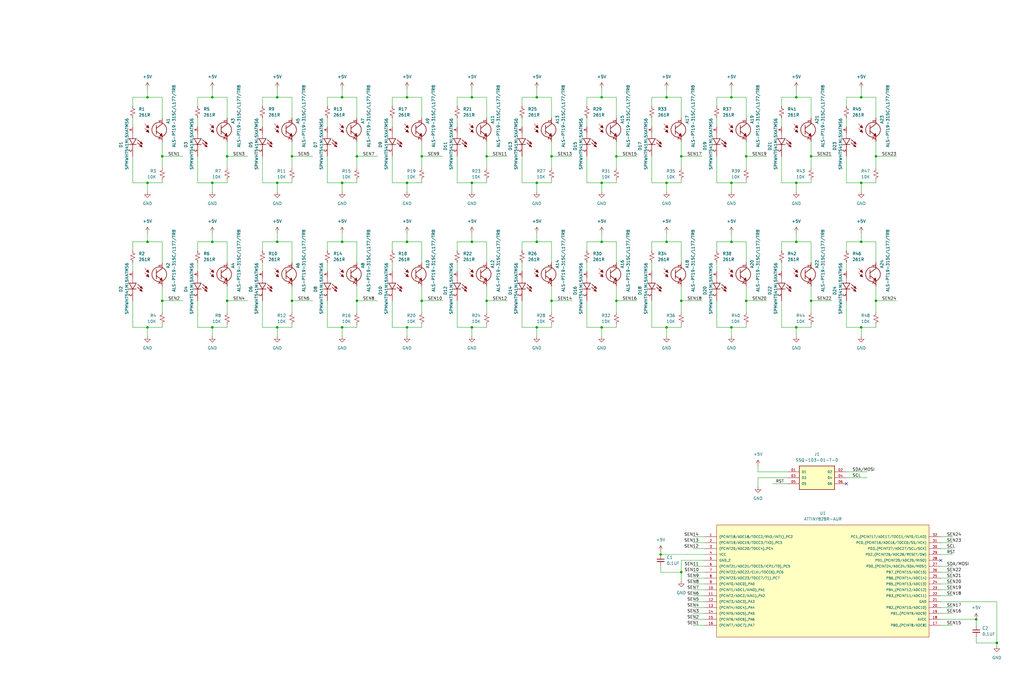
<source format=kicad_sch>
(kicad_sch (version 20211123) (generator eeschema)
  (paper "User" 440.944 294.919)
  (junction (at 175.26 140.97))
  (junction (at 181.61 67.31))
  (junction (at 125.73 67.31))
  (junction (at 69.85 129.54))
  (junction (at 175.26 104.14))
  (junction (at 349.25 67.31))
  (junction (at 63.5 41.91))
  (junction (at 91.44 41.91))
  (junction (at 209.55 129.54))
  (junction (at 125.73 129.54))
  (junction (at 175.26 41.91))
  (junction (at 203.2 104.14))
  (junction (at 231.14 78.74))
  (junction (at 377.19 129.54))
  (junction (at 265.43 67.31))
  (junction (at 203.2 41.91))
  (junction (at 370.84 104.14))
  (junction (at 284.48 238.76))
  (junction (at 91.44 104.14))
  (junction (at 63.5 140.97))
  (junction (at 377.19 67.31))
  (junction (at 119.38 104.14))
  (junction (at 63.5 78.74))
  (junction (at 147.32 140.97))
  (junction (at 259.08 140.97))
  (junction (at 321.31 67.31))
  (junction (at 175.26 78.74))
  (junction (at 63.5 104.14))
  (junction (at 293.37 67.31))
  (junction (at 314.96 78.74))
  (junction (at 147.32 104.14))
  (junction (at 119.38 78.74))
  (junction (at 231.14 140.97))
  (junction (at 153.67 129.54))
  (junction (at 147.32 41.91))
  (junction (at 181.61 129.54))
  (junction (at 314.96 104.14))
  (junction (at 314.96 41.91))
  (junction (at 259.08 104.14))
  (junction (at 91.44 78.74))
  (junction (at 203.2 78.74))
  (junction (at 119.38 41.91))
  (junction (at 237.49 67.31))
  (junction (at 259.08 78.74))
  (junction (at 69.85 67.31))
  (junction (at 321.31 129.54))
  (junction (at 342.9 41.91))
  (junction (at 293.37 129.54))
  (junction (at 203.2 140.97))
  (junction (at 349.25 129.54))
  (junction (at 429.26 276.86))
  (junction (at 420.37 266.7))
  (junction (at 287.02 41.91))
  (junction (at 287.02 78.74))
  (junction (at 231.14 104.14))
  (junction (at 287.02 104.14))
  (junction (at 259.08 41.91))
  (junction (at 342.9 104.14))
  (junction (at 293.37 246.38))
  (junction (at 237.49 129.54))
  (junction (at 287.02 140.97))
  (junction (at 342.9 78.74))
  (junction (at 147.32 78.74))
  (junction (at 370.84 41.91))
  (junction (at 97.79 129.54))
  (junction (at 370.84 78.74))
  (junction (at 119.38 140.97))
  (junction (at 265.43 129.54))
  (junction (at 209.55 67.31))
  (junction (at 342.9 140.97))
  (junction (at 314.96 140.97))
  (junction (at 231.14 41.91))
  (junction (at 153.67 67.31))
  (junction (at 370.84 140.97))
  (junction (at 97.79 67.31))
  (junction (at 91.44 140.97))
  (no_connect (at 364.49 208.28))
  (no_connect (at 405.13 241.3))
  (wire (pts (xy 113.03 129.54) (xy 113.03 140.97)))
  (wire (pts (xy 97.79 50.8) (xy 97.79 41.91)))
  (wire (pts (xy 321.31 139.7) (xy 321.31 140.97)))
  (wire (pts (xy 113.03 50.8) (xy 113.03 54.61)))
  (wire (pts (xy 209.55 60.96) (xy 209.55 67.31)))
  (wire (pts (xy 370.84 100.33) (xy 370.84 104.14)))
  (wire (pts (xy 259.08 38.1) (xy 259.08 41.91)))
  (wire (pts (xy 280.67 78.74) (xy 287.02 78.74)))
  (wire (pts (xy 153.67 41.91) (xy 147.32 41.91)))
  (wire (pts (xy 224.79 41.91) (xy 224.79 45.72)))
  (wire (pts (xy 97.79 140.97) (xy 91.44 140.97)))
  (wire (pts (xy 196.85 113.03) (xy 196.85 116.84)))
  (wire (pts (xy 342.9 41.91) (xy 336.55 41.91)))
  (wire (pts (xy 209.55 139.7) (xy 209.55 140.97)))
  (wire (pts (xy 57.15 140.97) (xy 63.5 140.97)))
  (wire (pts (xy 147.32 104.14) (xy 140.97 104.14)))
  (wire (pts (xy 153.67 50.8) (xy 153.67 41.91)))
  (wire (pts (xy 69.85 50.8) (xy 69.85 41.91)))
  (wire (pts (xy 237.49 67.31) (xy 237.49 72.39)))
  (wire (pts (xy 293.37 67.31) (xy 293.37 72.39)))
  (wire (pts (xy 237.49 67.31) (xy 246.38 67.31)))
  (wire (pts (xy 237.49 41.91) (xy 231.14 41.91)))
  (wire (pts (xy 420.37 276.86) (xy 429.26 276.86)))
  (wire (pts (xy 336.55 113.03) (xy 336.55 116.84)))
  (wire (pts (xy 181.61 77.47) (xy 181.61 78.74)))
  (wire (pts (xy 284.48 238.76) (xy 284.48 237.49)))
  (wire (pts (xy 209.55 123.19) (xy 209.55 129.54)))
  (wire (pts (xy 265.43 67.31) (xy 274.32 67.31)))
  (wire (pts (xy 293.37 139.7) (xy 293.37 140.97)))
  (wire (pts (xy 364.49 67.31) (xy 364.49 78.74)))
  (wire (pts (xy 293.37 241.3) (xy 303.53 241.3)))
  (wire (pts (xy 119.38 100.33) (xy 119.38 104.14)))
  (wire (pts (xy 342.9 38.1) (xy 342.9 41.91)))
  (wire (pts (xy 147.32 100.33) (xy 147.32 104.14)))
  (wire (pts (xy 196.85 140.97) (xy 203.2 140.97)))
  (wire (pts (xy 63.5 41.91) (xy 57.15 41.91)))
  (wire (pts (xy 265.43 139.7) (xy 265.43 140.97)))
  (wire (pts (xy 377.19 78.74) (xy 370.84 78.74)))
  (wire (pts (xy 321.31 123.19) (xy 321.31 129.54)))
  (wire (pts (xy 298.45 236.22) (xy 303.53 236.22)))
  (wire (pts (xy 57.15 104.14) (xy 57.15 107.95)))
  (wire (pts (xy 298.45 266.7) (xy 303.53 266.7)))
  (wire (pts (xy 265.43 60.96) (xy 265.43 67.31)))
  (wire (pts (xy 265.43 129.54) (xy 274.32 129.54)))
  (wire (pts (xy 209.55 104.14) (xy 203.2 104.14)))
  (wire (pts (xy 293.37 250.19) (xy 293.37 246.38)))
  (wire (pts (xy 224.79 50.8) (xy 224.79 54.61)))
  (wire (pts (xy 57.15 129.54) (xy 57.15 140.97)))
  (wire (pts (xy 209.55 67.31) (xy 218.44 67.31)))
  (wire (pts (xy 140.97 67.31) (xy 140.97 78.74)))
  (wire (pts (xy 168.91 78.74) (xy 175.26 78.74)))
  (wire (pts (xy 91.44 104.14) (xy 85.09 104.14)))
  (wire (pts (xy 181.61 139.7) (xy 181.61 140.97)))
  (wire (pts (xy 265.43 129.54) (xy 265.43 134.62)))
  (wire (pts (xy 140.97 41.91) (xy 140.97 45.72)))
  (wire (pts (xy 153.67 67.31) (xy 153.67 72.39)))
  (wire (pts (xy 336.55 78.74) (xy 342.9 78.74)))
  (wire (pts (xy 293.37 104.14) (xy 287.02 104.14)))
  (wire (pts (xy 153.67 67.31) (xy 162.56 67.31)))
  (wire (pts (xy 265.43 41.91) (xy 259.08 41.91)))
  (wire (pts (xy 349.25 104.14) (xy 342.9 104.14)))
  (wire (pts (xy 85.09 140.97) (xy 91.44 140.97)))
  (wire (pts (xy 153.67 129.54) (xy 162.56 129.54)))
  (wire (pts (xy 298.45 261.62) (xy 303.53 261.62)))
  (wire (pts (xy 125.73 129.54) (xy 125.73 134.62)))
  (wire (pts (xy 308.61 104.14) (xy 308.61 107.95)))
  (wire (pts (xy 85.09 78.74) (xy 91.44 78.74)))
  (wire (pts (xy 237.49 60.96) (xy 237.49 67.31)))
  (wire (pts (xy 349.25 60.96) (xy 349.25 67.31)))
  (wire (pts (xy 287.02 78.74) (xy 287.02 82.55)))
  (wire (pts (xy 63.5 78.74) (xy 63.5 82.55)))
  (wire (pts (xy 113.03 104.14) (xy 113.03 107.95)))
  (wire (pts (xy 237.49 123.19) (xy 237.49 129.54)))
  (wire (pts (xy 175.26 100.33) (xy 175.26 104.14)))
  (wire (pts (xy 69.85 104.14) (xy 63.5 104.14)))
  (wire (pts (xy 349.25 113.03) (xy 349.25 104.14)))
  (wire (pts (xy 336.55 104.14) (xy 336.55 107.95)))
  (wire (pts (xy 349.25 50.8) (xy 349.25 41.91)))
  (wire (pts (xy 57.15 113.03) (xy 57.15 116.84)))
  (wire (pts (xy 349.25 77.47) (xy 349.25 78.74)))
  (wire (pts (xy 237.49 113.03) (xy 237.49 104.14)))
  (wire (pts (xy 308.61 67.31) (xy 308.61 78.74)))
  (wire (pts (xy 125.73 67.31) (xy 134.62 67.31)))
  (wire (pts (xy 321.31 78.74) (xy 314.96 78.74)))
  (wire (pts (xy 181.61 67.31) (xy 190.5 67.31)))
  (wire (pts (xy 63.5 38.1) (xy 63.5 41.91)))
  (wire (pts (xy 252.73 78.74) (xy 259.08 78.74)))
  (wire (pts (xy 332.74 208.28) (xy 339.09 208.28)))
  (wire (pts (xy 265.43 140.97) (xy 259.08 140.97)))
  (wire (pts (xy 119.38 78.74) (xy 119.38 82.55)))
  (wire (pts (xy 125.73 41.91) (xy 119.38 41.91)))
  (wire (pts (xy 326.39 203.2) (xy 339.09 203.2)))
  (wire (pts (xy 377.19 139.7) (xy 377.19 140.97)))
  (wire (pts (xy 370.84 78.74) (xy 370.84 82.55)))
  (wire (pts (xy 57.15 41.91) (xy 57.15 45.72)))
  (wire (pts (xy 342.9 140.97) (xy 342.9 144.78)))
  (wire (pts (xy 405.13 246.38) (xy 410.21 246.38)))
  (wire (pts (xy 284.48 246.38) (xy 293.37 246.38)))
  (wire (pts (xy 370.84 104.14) (xy 364.49 104.14)))
  (wire (pts (xy 405.13 259.08) (xy 429.26 259.08)))
  (wire (pts (xy 377.19 67.31) (xy 377.19 72.39)))
  (wire (pts (xy 377.19 123.19) (xy 377.19 129.54)))
  (wire (pts (xy 349.25 140.97) (xy 342.9 140.97)))
  (wire (pts (xy 91.44 100.33) (xy 91.44 104.14)))
  (wire (pts (xy 349.25 78.74) (xy 342.9 78.74)))
  (wire (pts (xy 119.38 38.1) (xy 119.38 41.91)))
  (wire (pts (xy 405.13 256.54) (xy 410.21 256.54)))
  (wire (pts (xy 298.45 269.24) (xy 303.53 269.24)))
  (wire (pts (xy 153.67 113.03) (xy 153.67 104.14)))
  (wire (pts (xy 259.08 100.33) (xy 259.08 104.14)))
  (wire (pts (xy 97.79 129.54) (xy 106.68 129.54)))
  (wire (pts (xy 280.67 140.97) (xy 287.02 140.97)))
  (wire (pts (xy 364.49 104.14) (xy 364.49 107.95)))
  (wire (pts (xy 293.37 140.97) (xy 287.02 140.97)))
  (wire (pts (xy 293.37 50.8) (xy 293.37 41.91)))
  (wire (pts (xy 252.73 104.14) (xy 252.73 107.95)))
  (wire (pts (xy 196.85 104.14) (xy 196.85 107.95)))
  (wire (pts (xy 147.32 38.1) (xy 147.32 41.91)))
  (wire (pts (xy 265.43 113.03) (xy 265.43 104.14)))
  (wire (pts (xy 113.03 41.91) (xy 113.03 45.72)))
  (wire (pts (xy 237.49 50.8) (xy 237.49 41.91)))
  (wire (pts (xy 265.43 78.74) (xy 259.08 78.74)))
  (wire (pts (xy 280.67 50.8) (xy 280.67 54.61)))
  (wire (pts (xy 321.31 60.96) (xy 321.31 67.31)))
  (wire (pts (xy 181.61 104.14) (xy 175.26 104.14)))
  (wire (pts (xy 364.49 41.91) (xy 364.49 45.72)))
  (wire (pts (xy 284.48 243.84) (xy 284.48 246.38)))
  (wire (pts (xy 153.67 129.54) (xy 153.67 134.62)))
  (wire (pts (xy 119.38 41.91) (xy 113.03 41.91)))
  (wire (pts (xy 119.38 104.14) (xy 113.03 104.14)))
  (wire (pts (xy 113.03 67.31) (xy 113.03 78.74)))
  (wire (pts (xy 405.13 264.16) (xy 410.21 264.16)))
  (wire (pts (xy 125.73 123.19) (xy 125.73 129.54)))
  (wire (pts (xy 429.26 259.08) (xy 429.26 276.86)))
  (wire (pts (xy 377.19 140.97) (xy 370.84 140.97)))
  (wire (pts (xy 265.43 104.14) (xy 259.08 104.14)))
  (wire (pts (xy 298.45 259.08) (xy 303.53 259.08)))
  (wire (pts (xy 377.19 67.31) (xy 386.08 67.31)))
  (wire (pts (xy 168.91 67.31) (xy 168.91 78.74)))
  (wire (pts (xy 303.53 238.76) (xy 284.48 238.76)))
  (wire (pts (xy 321.31 50.8) (xy 321.31 41.91)))
  (wire (pts (xy 252.73 67.31) (xy 252.73 78.74)))
  (wire (pts (xy 370.84 38.1) (xy 370.84 41.91)))
  (wire (pts (xy 231.14 38.1) (xy 231.14 41.91)))
  (wire (pts (xy 377.19 77.47) (xy 377.19 78.74)))
  (wire (pts (xy 349.25 129.54) (xy 349.25 134.62)))
  (wire (pts (xy 85.09 50.8) (xy 85.09 54.61)))
  (wire (pts (xy 209.55 77.47) (xy 209.55 78.74)))
  (wire (pts (xy 252.73 41.91) (xy 252.73 45.72)))
  (wire (pts (xy 237.49 77.47) (xy 237.49 78.74)))
  (wire (pts (xy 364.49 113.03) (xy 364.49 116.84)))
  (wire (pts (xy 168.91 50.8) (xy 168.91 54.61)))
  (wire (pts (xy 237.49 78.74) (xy 231.14 78.74)))
  (wire (pts (xy 326.39 205.74) (xy 339.09 205.74)))
  (wire (pts (xy 405.13 266.7) (xy 420.37 266.7)))
  (wire (pts (xy 405.13 248.92) (xy 410.21 248.92)))
  (wire (pts (xy 168.91 41.91) (xy 168.91 45.72)))
  (wire (pts (xy 259.08 41.91) (xy 252.73 41.91)))
  (wire (pts (xy 203.2 100.33) (xy 203.2 104.14)))
  (wire (pts (xy 265.43 77.47) (xy 265.43 78.74)))
  (wire (pts (xy 314.96 41.91) (xy 308.61 41.91)))
  (wire (pts (xy 298.45 254) (xy 303.53 254)))
  (wire (pts (xy 308.61 113.03) (xy 308.61 116.84)))
  (wire (pts (xy 203.2 104.14) (xy 196.85 104.14)))
  (wire (pts (xy 153.67 77.47) (xy 153.67 78.74)))
  (wire (pts (xy 280.67 67.31) (xy 280.67 78.74)))
  (wire (pts (xy 293.37 129.54) (xy 302.26 129.54)))
  (wire (pts (xy 209.55 129.54) (xy 218.44 129.54)))
  (wire (pts (xy 265.43 123.19) (xy 265.43 129.54)))
  (wire (pts (xy 293.37 77.47) (xy 293.37 78.74)))
  (wire (pts (xy 252.73 50.8) (xy 252.73 54.61)))
  (wire (pts (xy 224.79 78.74) (xy 231.14 78.74)))
  (wire (pts (xy 405.13 261.62) (xy 410.21 261.62)))
  (wire (pts (xy 420.37 274.32) (xy 420.37 276.86)))
  (wire (pts (xy 293.37 241.3) (xy 293.37 246.38)))
  (wire (pts (xy 265.43 67.31) (xy 265.43 72.39)))
  (wire (pts (xy 259.08 104.14) (xy 252.73 104.14)))
  (wire (pts (xy 287.02 41.91) (xy 280.67 41.91)))
  (wire (pts (xy 140.97 129.54) (xy 140.97 140.97)))
  (wire (pts (xy 314.96 140.97) (xy 314.96 144.78)))
  (wire (pts (xy 321.31 129.54) (xy 330.2 129.54)))
  (wire (pts (xy 196.85 50.8) (xy 196.85 54.61)))
  (wire (pts (xy 308.61 129.54) (xy 308.61 140.97)))
  (wire (pts (xy 85.09 129.54) (xy 85.09 140.97)))
  (wire (pts (xy 349.25 139.7) (xy 349.25 140.97)))
  (wire (pts (xy 308.61 140.97) (xy 314.96 140.97)))
  (wire (pts (xy 168.91 129.54) (xy 168.91 140.97)))
  (wire (pts (xy 209.55 78.74) (xy 203.2 78.74)))
  (wire (pts (xy 125.73 129.54) (xy 134.62 129.54)))
  (wire (pts (xy 298.45 256.54) (xy 303.53 256.54)))
  (wire (pts (xy 125.73 104.14) (xy 119.38 104.14)))
  (wire (pts (xy 231.14 104.14) (xy 224.79 104.14)))
  (wire (pts (xy 405.13 236.22) (xy 410.21 236.22)))
  (wire (pts (xy 175.26 41.91) (xy 168.91 41.91)))
  (wire (pts (xy 196.85 78.74) (xy 203.2 78.74)))
  (wire (pts (xy 97.79 67.31) (xy 106.68 67.31)))
  (wire (pts (xy 69.85 78.74) (xy 63.5 78.74)))
  (wire (pts (xy 314.96 38.1) (xy 314.96 41.91)))
  (wire (pts (xy 377.19 104.14) (xy 370.84 104.14)))
  (wire (pts (xy 252.73 140.97) (xy 259.08 140.97)))
  (wire (pts (xy 63.5 104.14) (xy 57.15 104.14)))
  (wire (pts (xy 224.79 113.03) (xy 224.79 116.84)))
  (wire (pts (xy 298.45 251.46) (xy 303.53 251.46)))
  (wire (pts (xy 321.31 41.91) (xy 314.96 41.91)))
  (wire (pts (xy 321.31 67.31) (xy 321.31 72.39)))
  (wire (pts (xy 224.79 140.97) (xy 231.14 140.97)))
  (wire (pts (xy 287.02 140.97) (xy 287.02 144.78)))
  (wire (pts (xy 231.14 78.74) (xy 231.14 82.55)))
  (wire (pts (xy 69.85 67.31) (xy 69.85 72.39)))
  (wire (pts (xy 168.91 140.97) (xy 175.26 140.97)))
  (wire (pts (xy 364.49 140.97) (xy 370.84 140.97)))
  (wire (pts (xy 377.19 113.03) (xy 377.19 104.14)))
  (wire (pts (xy 377.19 129.54) (xy 377.19 134.62)))
  (wire (pts (xy 203.2 41.91) (xy 196.85 41.91)))
  (wire (pts (xy 69.85 140.97) (xy 63.5 140.97)))
  (wire (pts (xy 181.61 41.91) (xy 175.26 41.91)))
  (wire (pts (xy 293.37 123.19) (xy 293.37 129.54)))
  (wire (pts (xy 259.08 140.97) (xy 259.08 144.78)))
  (wire (pts (xy 336.55 41.91) (xy 336.55 45.72)))
  (wire (pts (xy 97.79 113.03) (xy 97.79 104.14)))
  (wire (pts (xy 181.61 50.8) (xy 181.61 41.91)))
  (wire (pts (xy 175.26 38.1) (xy 175.26 41.91)))
  (wire (pts (xy 349.25 67.31) (xy 349.25 72.39)))
  (wire (pts (xy 69.85 129.54) (xy 69.85 134.62)))
  (wire (pts (xy 336.55 129.54) (xy 336.55 140.97)))
  (wire (pts (xy 349.25 41.91) (xy 342.9 41.91)))
  (wire (pts (xy 69.85 123.19) (xy 69.85 129.54)))
  (wire (pts (xy 119.38 140.97) (xy 119.38 144.78)))
  (wire (pts (xy 181.61 129.54) (xy 190.5 129.54)))
  (wire (pts (xy 231.14 140.97) (xy 231.14 144.78)))
  (wire (pts (xy 97.79 129.54) (xy 97.79 134.62)))
  (wire (pts (xy 69.85 60.96) (xy 69.85 67.31)))
  (wire (pts (xy 308.61 50.8) (xy 308.61 54.61)))
  (wire (pts (xy 321.31 77.47) (xy 321.31 78.74)))
  (wire (pts (xy 224.79 104.14) (xy 224.79 107.95)))
  (wire (pts (xy 349.25 123.19) (xy 349.25 129.54)))
  (wire (pts (xy 153.67 139.7) (xy 153.67 140.97)))
  (wire (pts (xy 364.49 129.54) (xy 364.49 140.97)))
  (wire (pts (xy 336.55 140.97) (xy 342.9 140.97)))
  (wire (pts (xy 349.25 129.54) (xy 358.14 129.54)))
  (wire (pts (xy 209.55 113.03) (xy 209.55 104.14)))
  (wire (pts (xy 209.55 140.97) (xy 203.2 140.97)))
  (wire (pts (xy 405.13 238.76) (xy 410.21 238.76)))
  (wire (pts (xy 85.09 41.91) (xy 85.09 45.72)))
  (wire (pts (xy 405.13 251.46) (xy 410.21 251.46)))
  (wire (pts (xy 147.32 78.74) (xy 147.32 82.55)))
  (wire (pts (xy 85.09 113.03) (xy 85.09 116.84)))
  (wire (pts (xy 97.79 67.31) (xy 97.79 72.39)))
  (wire (pts (xy 97.79 139.7) (xy 97.79 140.97)))
  (wire (pts (xy 252.73 113.03) (xy 252.73 116.84)))
  (wire (pts (xy 237.49 139.7) (xy 237.49 140.97)))
  (wire (pts (xy 298.45 243.84) (xy 303.53 243.84)))
  (wire (pts (xy 153.67 104.14) (xy 147.32 104.14)))
  (wire (pts (xy 370.84 41.91) (xy 364.49 41.91)))
  (wire (pts (xy 97.79 123.19) (xy 97.79 129.54)))
  (wire (pts (xy 63.5 100.33) (xy 63.5 104.14)))
  (wire (pts (xy 97.79 78.74) (xy 91.44 78.74)))
  (wire (pts (xy 405.13 269.24) (xy 410.21 269.24)))
  (wire (pts (xy 147.32 140.97) (xy 147.32 144.78)))
  (wire (pts (xy 203.2 78.74) (xy 203.2 82.55)))
  (wire (pts (xy 168.91 104.14) (xy 168.91 107.95)))
  (wire (pts (xy 97.79 41.91) (xy 91.44 41.91)))
  (wire (pts (xy 196.85 129.54) (xy 196.85 140.97)))
  (wire (pts (xy 326.39 203.2) (xy 326.39 200.66)))
  (wire (pts (xy 405.13 233.68) (xy 410.21 233.68)))
  (wire (pts (xy 97.79 77.47) (xy 97.79 78.74)))
  (wire (pts (xy 224.79 129.54) (xy 224.79 140.97)))
  (wire (pts (xy 326.39 205.74) (xy 326.39 209.55)))
  (wire (pts (xy 140.97 78.74) (xy 147.32 78.74)))
  (wire (pts (xy 57.15 50.8) (xy 57.15 54.61)))
  (wire (pts (xy 298.45 264.16) (xy 303.53 264.16)))
  (wire (pts (xy 203.2 140.97) (xy 203.2 144.78)))
  (wire (pts (xy 336.55 67.31) (xy 336.55 78.74)))
  (wire (pts (xy 85.09 104.14) (xy 85.09 107.95)))
  (wire (pts (xy 209.55 67.31) (xy 209.55 72.39)))
  (wire (pts (xy 224.79 67.31) (xy 224.79 78.74)))
  (wire (pts (xy 57.15 78.74) (xy 63.5 78.74)))
  (wire (pts (xy 287.02 38.1) (xy 287.02 41.91)))
  (wire (pts (xy 85.09 67.31) (xy 85.09 78.74)))
  (wire (pts (xy 377.19 129.54) (xy 386.08 129.54)))
  (wire (pts (xy 237.49 104.14) (xy 231.14 104.14)))
  (wire (pts (xy 231.14 100.33) (xy 231.14 104.14)))
  (wire (pts (xy 125.73 139.7) (xy 125.73 140.97)))
  (wire (pts (xy 209.55 129.54) (xy 209.55 134.62)))
  (wire (pts (xy 181.61 123.19) (xy 181.61 129.54)))
  (wire (pts (xy 342.9 100.33) (xy 342.9 104.14)))
  (wire (pts (xy 429.26 278.13) (xy 429.26 276.86)))
  (wire (pts (xy 125.73 67.31) (xy 125.73 72.39)))
  (wire (pts (xy 314.96 104.14) (xy 308.61 104.14)))
  (wire (pts (xy 175.26 104.14) (xy 168.91 104.14)))
  (wire (pts (xy 342.9 104.14) (xy 336.55 104.14)))
  (wire (pts (xy 364.49 203.2) (xy 373.38 203.2)))
  (wire (pts (xy 140.97 140.97) (xy 147.32 140.97)))
  (wire (pts (xy 140.97 104.14) (xy 140.97 107.95)))
  (wire (pts (xy 321.31 67.31) (xy 330.2 67.31)))
  (wire (pts (xy 168.91 113.03) (xy 168.91 116.84)))
  (wire (pts (xy 153.67 140.97) (xy 147.32 140.97)))
  (wire (pts (xy 196.85 41.91) (xy 196.85 45.72)))
  (wire (pts (xy 308.61 78.74) (xy 314.96 78.74)))
  (wire (pts (xy 125.73 77.47) (xy 125.73 78.74)))
  (wire (pts (xy 298.45 231.14) (xy 303.53 231.14)))
  (wire (pts (xy 265.43 50.8) (xy 265.43 41.91)))
  (wire (pts (xy 405.13 231.14) (xy 410.21 231.14)))
  (wire (pts (xy 153.67 78.74) (xy 147.32 78.74)))
  (wire (pts (xy 280.67 104.14) (xy 280.67 107.95)))
  (wire (pts (xy 280.67 129.54) (xy 280.67 140.97)))
  (wire (pts (xy 259.08 78.74) (xy 259.08 82.55)))
  (wire (pts (xy 113.03 78.74) (xy 119.38 78.74)))
  (wire (pts (xy 405.13 254) (xy 410.21 254)))
  (wire (pts (xy 125.73 60.96) (xy 125.73 67.31)))
  (wire (pts (xy 181.61 78.74) (xy 175.26 78.74)))
  (wire (pts (xy 298.45 248.92) (xy 303.53 248.92)))
  (wire (pts (xy 181.61 129.54) (xy 181.61 134.62)))
  (wire (pts (xy 69.85 139.7) (xy 69.85 140.97)))
  (wire (pts (xy 298.45 233.68) (xy 303.53 233.68)))
  (wire (pts (xy 293.37 41.91) (xy 287.02 41.91)))
  (wire (pts (xy 69.85 113.03) (xy 69.85 104.14)))
  (wire (pts (xy 420.37 266.7) (xy 420.37 269.24)))
  (wire (pts (xy 57.15 67.31) (xy 57.15 78.74)))
  (wire (pts (xy 336.55 50.8) (xy 336.55 54.61)))
  (wire (pts (xy 298.45 246.38) (xy 303.53 246.38)))
  (wire (pts (xy 321.31 104.14) (xy 314.96 104.14)))
  (wire (pts (xy 314.96 100.33) (xy 314.96 104.14)))
  (wire (pts (xy 153.67 60.96) (xy 153.67 67.31)))
  (wire (pts (xy 181.61 140.97) (xy 175.26 140.97)))
  (wire (pts (xy 370.84 140.97) (xy 370.84 144.78)))
  (wire (pts (xy 377.19 50.8) (xy 377.19 41.91)))
  (wire (pts (xy 314.96 78.74) (xy 314.96 82.55)))
  (wire (pts (xy 287.02 104.14) (xy 280.67 104.14)))
  (wire (pts (xy 377.19 41.91) (xy 370.84 41.91)))
  (wire (pts (xy 181.61 67.31) (xy 181.61 72.39)))
  (wire (pts (xy 140.97 50.8) (xy 140.97 54.61)))
  (wire (pts (xy 293.37 60.96) (xy 293.37 67.31)))
  (wire (pts (xy 321.31 140.97) (xy 314.96 140.97)))
  (wire (pts (xy 321.31 113.03) (xy 321.31 104.14)))
  (wire (pts (xy 377.19 60.96) (xy 377.19 67.31)))
  (wire (pts (xy 97.79 104.14) (xy 91.44 104.14)))
  (wire (pts (xy 364.49 78.74) (xy 370.84 78.74)))
  (wire (pts (xy 237.49 140.97) (xy 231.14 140.97)))
  (wire (pts (xy 140.97 113.03) (xy 140.97 116.84)))
  (wire (pts (xy 69.85 77.47) (xy 69.85 78.74)))
  (wire (pts (xy 287.02 100.33) (xy 287.02 104.14)))
  (wire (pts (xy 125.73 50.8) (xy 125.73 41.91)))
  (wire (pts (xy 364.49 205.74) (xy 373.38 205.74)))
  (wire (pts (xy 125.73 78.74) (xy 119.38 78.74)))
  (wire (pts (xy 203.2 38.1) (xy 203.2 41.91)))
  (wire (pts (xy 63.5 140.97) (xy 63.5 144.78)))
  (wire (pts (xy 175.26 140.97) (xy 175.26 144.78)))
  (wire (pts (xy 280.67 113.03) (xy 280.67 116.84)))
  (wire (pts (xy 237.49 129.54) (xy 246.38 129.54)))
  (wire (pts (xy 349.25 67.31) (xy 358.14 67.31)))
  (wire (pts (xy 113.03 113.03) (xy 113.03 116.84)))
  (wire (pts (xy 181.61 113.03) (xy 181.61 104.14)))
  (wire (pts (xy 97.79 60.96) (xy 97.79 67.31)))
  (wire (pts (xy 231.14 41.91) (xy 224.79 41.91)))
  (wire (pts (xy 405.13 243.84) (xy 410.21 243.84)))
  (wire (pts (xy 321.31 129.54) (xy 321.31 134.62)))
  (wire (pts (xy 69.85 41.91) (xy 63.5 41.91)))
  (wire (pts (xy 252.73 129.54) (xy 252.73 140.97)))
  (wire (pts (xy 293.37 129.54) (xy 293.37 134.62)))
  (wire (pts (xy 280.67 41.91) (xy 280.67 45.72)))
  (wire (pts (xy 125.73 140.97) (xy 119.38 140.97)))
  (wire (pts (xy 91.44 38.1) (xy 91.44 41.91)))
  (wire (pts (xy 113.03 140.97) (xy 119.38 140.97)))
  (wire (pts (xy 209.55 50.8) (xy 209.55 41.91)))
  (wire (pts (xy 175.26 78.74) (xy 175.26 82.55)))
  (wire (pts (xy 293.37 67.31) (xy 302.26 67.31)))
  (wire (pts (xy 153.67 123.19) (xy 153.67 129.54)))
  (wire (pts (xy 196.85 67.31) (xy 196.85 78.74)))
  (wire (pts (xy 293.37 78.74) (xy 287.02 78.74)))
  (wire (pts (xy 69.85 67.31) (xy 78.74 67.31)))
  (wire (pts (xy 91.44 41.91) (xy 85.09 41.91)))
  (wire (pts (xy 308.61 41.91) (xy 308.61 45.72)))
  (wire (pts (xy 91.44 140.97) (xy 91.44 144.78)))
  (wire (pts (xy 209.55 41.91) (xy 203.2 41.91)))
  (wire (pts (xy 237.49 129.54) (xy 237.49 134.62)))
  (wire (pts (xy 364.49 50.8) (xy 364.49 54.61)))
  (wire (pts (xy 91.44 78.74) (xy 91.44 82.55)))
  (wire (pts (xy 342.9 78.74) (xy 342.9 82.55)))
  (wire (pts (xy 147.32 41.91) (xy 140.97 41.91)))
  (wire (pts (xy 125.73 113.03) (xy 125.73 104.14)))
  (wire (pts (xy 181.61 60.96) (xy 181.61 67.31)))
  (wire (pts (xy 293.37 113.03) (xy 293.37 104.14)))
  (wire (pts (xy 69.85 129.54) (xy 78.74 129.54)))
  (label "SEN20" (at 323.85 129.54 0))
  (label "SEN24" (at 379.73 129.54 0))
  (label "SEN19" (at 407.67 254 0))
  (label "SEN16" (at 267.97 129.54 0))
  (label "SEN16" (at 407.67 264.16 0))
  (label "SEN13" (at 300.9017 233.68 180))
  (label "SEN10" (at 300.99 246.38 180))
  (label "SEN9" (at 184.15 67.31 0))
  (label "SEN12" (at 300.9017 236.22 180))
  (label "SEN4" (at 300.99 261.62 180))
  (label "SEN2" (at 72.39 129.54 0))
  (label "SEN18" (at 295.91 129.54 0))
  (label "SEN14" (at 300.9017 231.14 180))
  (label "SEN8" (at 300.99 251.46 180))
  (label "SEN1" (at 300.99 269.24 180))
  (label "SEN4" (at 100.33 129.54 0))
  (label "SEN10" (at 184.15 129.54 0))
  (label "SEN7" (at 300.99 254 180))
  (label "SEN20" (at 407.67 251.46 0))
  (label "SEN5" (at 300.99 259.08 180))
  (label "SEN17" (at 407.67 261.62 0))
  (label "RST" (at 407.67 238.76 0))
  (label "SEN22" (at 407.67 246.38 0))
  (label "SEN15" (at 267.97 67.31 0))
  (label "SDA{slash}MOSI" (at 367.03 203.2 0))
  (label "SEN19" (at 323.85 67.31 0))
  (label "SEN13" (at 240.03 67.31 0))
  (label "SEN2" (at 300.99 266.7 180))
  (label "RST" (at 334.01 208.28 0))
  (label "SEN12" (at 212.09 129.54 0))
  (label "SEN3" (at 100.33 67.31 0))
  (label "SEN24" (at 407.67 231.14 0))
  (label "SEN15" (at 407.67 269.24 0))
  (label "SEN3" (at 300.99 264.16 180))
  (label "SDA{slash}MOSI" (at 407.67 243.84 0))
  (label "SEN21" (at 407.67 248.92 0))
  (label "SEN7" (at 156.21 67.31 0))
  (label "SEN23" (at 379.73 67.31 0))
  (label "SEN1" (at 72.39 67.31 0))
  (label "SEN8" (at 156.21 129.54 0))
  (label "SEN6" (at 300.99 256.54 180))
  (label "SCL" (at 367.03 205.74 0))
  (label "SEN11" (at 300.99 243.84 180))
  (label "SEN5" (at 128.27 67.31 0))
  (label "SEN6" (at 128.27 129.54 0))
  (label "SCL" (at 407.67 236.22 0))
  (label "SEN17" (at 295.91 67.31 0))
  (label "SEN22" (at 351.79 129.54 0))
  (label "SEN18" (at 407.67 256.54 0))
  (label "SEN14" (at 240.03 129.54 0))
  (label "SEN9" (at 300.99 248.92 180))
  (label "SEN11" (at 212.09 67.31 0))
  (label "SEN21" (at 351.79 67.31 0))
  (label "SEN23" (at 407.67 233.68 0))
  (symbol (lib_id "power:+5V") (at 91.44 38.1 0) (unit 1)
    (property "Reference" "#PWR05" (effects hide))
    (property "Value" "+5V" (at 91.44 33.02 0))
  )
  (symbol (lib_id "SPMWHT541ML5XATMS6:SPMWHT541ML5XATMS6") (at 140.97 124.46 270) (unit 1)
    (property "Reference" "D8" (at 135.89 123.19 0) (effects (justify left)))
    (property "Value" "SPMWHT541ML5XATMS6" (at 138.43 113.03 0) (effects (justify left)))
    (property "Footprint" "SPMWHT541ML5XATMS6:LED_SPMWHT541MP5WAPKS4" (effects hide))
    (property "MAXIMUM_PACKAGE_HEIGHT" "0.8mm" (effects hide))
    (property "PARTREV" "8.3" (effects hide))
    (property "MANUFACTURER" "Samsung Semiconductor," (effects hide))
    (property "STANDARD" "Manufacturer Recommendations" (effects hide))
  )
  (symbol (lib_id "Device:R_Small_US") (at 140.97 110.49 0) (unit 1)
    (property "Reference" "R14" (at 143.51 109.2199 0) (effects (justify left)))
    (property "Value" "261R" (at 143.51 111.7599 0) (effects (justify left)))
    (property "Footprint" "Resistor_SMD:R_0805_2012Metric_Pad1.20x1.40mm_HandSolder" (effects hide))
  )
  (symbol (lib_id "ALS-PT19-315C_L177_TR8:ALS-PT19-315C{slash}L177{slash}TR8") (at 374.65 118.11 0) (unit 1)
    (property "Reference" "A24" (at 379.73 115.57 90) (effects (justify left)))
    (property "Value" "ALS-PT19-315C/L177/TR8" (at 382.27 125.73 90) (effects (justify left)))
    (property "Footprint" "ALS-PT19-315C_L177_TR8:XDCR_ALS-PT19-315C_L177_TR8" (effects hide))
    (property "MAXIMUM_PACKAGE_HEIGHT" "0.7 mm" (effects hide))
    (property "STANDARD" "Manufacturer Recommendations" (effects hide))
    (property "PARTREV" "5" (effects hide))
    (property "MANUFACTURER" "Everlight" (effects hide))
  )
  (symbol (lib_id "power:GND") (at 63.5 82.55 0) (unit 1)
    (property "Reference" "#PWR02" (effects hide))
    (property "Value" "GND" (at 63.5 87.63 0))
  )
  (symbol (lib_id "Device:R_Small_US") (at 57.15 48.26 0) (unit 1)
    (property "Reference" "R1" (at 59.69 46.9899 0) (effects (justify left)))
    (property "Value" "261R" (at 59.69 49.5299 0) (effects (justify left)))
    (property "Footprint" "Resistor_SMD:R_0805_2012Metric_Pad1.20x1.40mm_HandSolder" (effects hide))
  )
  (symbol (lib_id "Device:R_Small_US") (at 321.31 137.16 0) (mirror x) (unit 1)
    (property "Reference" "R40" (at 318.77 135.8899 0) (effects (justify right)))
    (property "Value" "10K" (at 318.77 138.4299 0) (effects (justify right)))
    (property "Footprint" "Resistor_SMD:R_0805_2012Metric_Pad1.20x1.40mm_HandSolder" (effects hide))
  )
  (symbol (lib_id "Device:R_Small_US") (at 209.55 137.16 0) (mirror x) (unit 1)
    (property "Reference" "R24" (at 207.01 135.8899 0) (effects (justify right)))
    (property "Value" "10K" (at 207.01 138.4299 0) (effects (justify right)))
    (property "Footprint" "Resistor_SMD:R_0805_2012Metric_Pad1.20x1.40mm_HandSolder" (effects hide))
  )
  (symbol (lib_id "Device:R_Small_US") (at 280.67 48.26 0) (unit 1)
    (property "Reference" "R33" (at 283.21 46.9899 0) (effects (justify left)))
    (property "Value" "261R" (at 283.21 49.5299 0) (effects (justify left)))
    (property "Footprint" "Resistor_SMD:R_0805_2012Metric_Pad1.20x1.40mm_HandSolder" (effects hide))
  )
  (symbol (lib_id "power:GND") (at 342.9 82.55 0) (unit 1)
    (property "Reference" "#PWR046" (effects hide))
    (property "Value" "GND" (at 342.9 87.63 0))
  )
  (symbol (lib_id "Device:R_Small_US") (at 196.85 110.49 0) (unit 1)
    (property "Reference" "R22" (at 199.39 109.2199 0) (effects (justify left)))
    (property "Value" "261R" (at 199.39 111.7599 0) (effects (justify left)))
    (property "Footprint" "Resistor_SMD:R_0805_2012Metric_Pad1.20x1.40mm_HandSolder" (effects hide))
  )
  (symbol (lib_id "power:+5V") (at 259.08 38.1 0) (unit 1)
    (property "Reference" "#PWR029" (effects hide))
    (property "Value" "+5V" (at 259.08 33.02 0))
  )
  (symbol (lib_id "Device:R_Small_US") (at 237.49 74.93 0) (mirror x) (unit 1)
    (property "Reference" "R27" (at 234.95 73.6599 0) (effects (justify right)))
    (property "Value" "10K" (at 234.95 76.1999 0) (effects (justify right)))
    (property "Footprint" "Resistor_SMD:R_0805_2012Metric_Pad1.20x1.40mm_HandSolder" (effects hide))
  )
  (symbol (lib_id "power:GND") (at 293.37 250.19 0) (unit 1)
    (property "Reference" "#PWR038" (effects hide))
    (property "Value" "GND" (at 293.37 255.27 0))
  )
  (symbol (lib_id "power:GND") (at 119.38 82.55 0) (unit 1)
    (property "Reference" "#PWR010" (effects hide))
    (property "Value" "GND" (at 119.38 87.63 0))
  )
  (symbol (lib_id "SPMWHT541ML5XATMS6:SPMWHT541ML5XATMS6") (at 57.15 62.23 270) (unit 1)
    (property "Reference" "D1" (at 52.07 60.96 0) (effects (justify left)))
    (property "Value" "SPMWHT541ML5XATMS6" (at 54.61 50.8 0) (effects (justify left)))
    (property "Footprint" "SPMWHT541ML5XATMS6:LED_SPMWHT541MP5WAPKS4" (effects hide))
    (property "MAXIMUM_PACKAGE_HEIGHT" "0.8mm" (effects hide))
    (property "PARTREV" "8.3" (effects hide))
    (property "MANUFACTURER" "Samsung Semiconductor," (effects hide))
    (property "STANDARD" "Manufacturer Recommendations" (effects hide))
  )
  (symbol (lib_id "Device:R_Small_US") (at 308.61 110.49 0) (unit 1)
    (property "Reference" "R38" (at 311.15 109.2199 0) (effects (justify left)))
    (property "Value" "261R" (at 311.15 111.7599 0) (effects (justify left)))
    (property "Footprint" "Resistor_SMD:R_0805_2012Metric_Pad1.20x1.40mm_HandSolder" (effects hide))
  )
  (symbol (lib_id "power:+5V") (at 175.26 100.33 0) (unit 1)
    (property "Reference" "#PWR019" (effects hide))
    (property "Value" "+5V" (at 175.26 95.25 0))
  )
  (symbol (lib_id "Device:R_Small_US") (at 125.73 74.93 0) (mirror x) (unit 1)
    (property "Reference" "R11" (at 123.19 73.6599 0) (effects (justify right)))
    (property "Value" "10K" (at 123.19 76.1999 0) (effects (justify right)))
    (property "Footprint" "Resistor_SMD:R_0805_2012Metric_Pad1.20x1.40mm_HandSolder" (effects hide))
  )
  (symbol (lib_id "power:GND") (at 314.96 144.78 0) (unit 1)
    (property "Reference" "#PWR042" (effects hide))
    (property "Value" "GND" (at 314.96 149.86 0))
  )
  (symbol (lib_id "Device:R_Small_US") (at 125.73 137.16 0) (mirror x) (unit 1)
    (property "Reference" "R12" (at 123.19 135.8899 0) (effects (justify right)))
    (property "Value" "10K" (at 123.19 138.4299 0) (effects (justify right)))
    (property "Footprint" "Resistor_SMD:R_0805_2012Metric_Pad1.20x1.40mm_HandSolder" (effects hide))
  )
  (symbol (lib_id "power:GND") (at 231.14 144.78 0) (unit 1)
    (property "Reference" "#PWR028" (effects hide))
    (property "Value" "GND" (at 231.14 149.86 0))
  )
  (symbol (lib_id "ALS-PT19-315C_L177_TR8:ALS-PT19-315C{slash}L177{slash}TR8") (at 290.83 118.11 0) (unit 1)
    (property "Reference" "A18" (at 295.91 115.57 90) (effects (justify left)))
    (property "Value" "ALS-PT19-315C/L177/TR8" (at 298.45 125.73 90) (effects (justify left)))
    (property "Footprint" "ALS-PT19-315C_L177_TR8:XDCR_ALS-PT19-315C_L177_TR8" (effects hide))
    (property "MAXIMUM_PACKAGE_HEIGHT" "0.7 mm" (effects hide))
    (property "STANDARD" "Manufacturer Recommendations" (effects hide))
    (property "PARTREV" "5" (effects hide))
    (property "MANUFACTURER" "Everlight" (effects hide))
  )
  (symbol (lib_id "ALS-PT19-315C_L177_TR8:ALS-PT19-315C{slash}L177{slash}TR8") (at 318.77 118.11 0) (unit 1)
    (property "Reference" "A20" (at 323.85 115.57 90) (effects (justify left)))
    (property "Value" "ALS-PT19-315C/L177/TR8" (at 326.39 125.73 90) (effects (justify left)))
    (property "Footprint" "ALS-PT19-315C_L177_TR8:XDCR_ALS-PT19-315C_L177_TR8" (effects hide))
    (property "MAXIMUM_PACKAGE_HEIGHT" "0.7 mm" (effects hide))
    (property "STANDARD" "Manufacturer Recommendations" (effects hide))
    (property "PARTREV" "5" (effects hide))
    (property "MANUFACTURER" "Everlight" (effects hide))
  )
  (symbol (lib_id "SPMWHT541ML5XATMS6:SPMWHT541ML5XATMS6") (at 168.91 62.23 270) (unit 1)
    (property "Reference" "D9" (at 163.83 60.96 0) (effects (justify left)))
    (property "Value" "SPMWHT541ML5XATMS6" (at 166.37 50.8 0) (effects (justify left)))
    (property "Footprint" "SPMWHT541ML5XATMS6:LED_SPMWHT541MP5WAPKS4" (effects hide))
    (property "MAXIMUM_PACKAGE_HEIGHT" "0.8mm" (effects hide))
    (property "PARTREV" "8.3" (effects hide))
    (property "MANUFACTURER" "Samsung Semiconductor," (effects hide))
    (property "STANDARD" "Manufacturer Recommendations" (effects hide))
  )
  (symbol (lib_id "power:GND") (at 147.32 144.78 0) (unit 1)
    (property "Reference" "#PWR016" (effects hide))
    (property "Value" "GND" (at 147.32 149.86 0))
  )
  (symbol (lib_id "SPMWHT541ML5XATMS6:SPMWHT541ML5XATMS6") (at 364.49 62.23 270) (unit 1)
    (property "Reference" "D23" (at 359.41 60.96 0) (effects (justify left)))
    (property "Value" "SPMWHT541ML5XATMS6" (at 361.95 50.8 0) (effects (justify left)))
    (property "Footprint" "SPMWHT541ML5XATMS6:LED_SPMWHT541MP5WAPKS4" (effects hide))
    (property "MAXIMUM_PACKAGE_HEIGHT" "0.8mm" (effects hide))
    (property "PARTREV" "8.3" (effects hide))
    (property "MANUFACTURER" "Samsung Semiconductor," (effects hide))
    (property "STANDARD" "Manufacturer Recommendations" (effects hide))
  )
  (symbol (lib_id "Device:R_Small_US") (at 265.43 74.93 0) (mirror x) (unit 1)
    (property "Reference" "R31" (at 262.89 73.6599 0) (effects (justify right)))
    (property "Value" "10K" (at 262.89 76.1999 0) (effects (justify right)))
    (property "Footprint" "Resistor_SMD:R_0805_2012Metric_Pad1.20x1.40mm_HandSolder" (effects hide))
  )
  (symbol (lib_id "Device:R_Small_US") (at 113.03 110.49 0) (unit 1)
    (property "Reference" "R10" (at 115.57 109.2199 0) (effects (justify left)))
    (property "Value" "261R" (at 115.57 111.7599 0) (effects (justify left)))
    (property "Footprint" "Resistor_SMD:R_0805_2012Metric_Pad1.20x1.40mm_HandSolder" (effects hide))
  )
  (symbol (lib_id "ALS-PT19-315C_L177_TR8:ALS-PT19-315C{slash}L177{slash}TR8") (at 234.95 118.11 0) (unit 1)
    (property "Reference" "A14" (at 240.03 115.57 90) (effects (justify left)))
    (property "Value" "ALS-PT19-315C/L177/TR8" (at 242.57 125.73 90) (effects (justify left)))
    (property "Footprint" "ALS-PT19-315C_L177_TR8:XDCR_ALS-PT19-315C_L177_TR8" (effects hide))
    (property "MAXIMUM_PACKAGE_HEIGHT" "0.7 mm" (effects hide))
    (property "STANDARD" "Manufacturer Recommendations" (effects hide))
    (property "PARTREV" "5" (effects hide))
    (property "MANUFACTURER" "Everlight" (effects hide))
  )
  (symbol (lib_id "Device:R_Small_US") (at 364.49 110.49 0) (unit 1)
    (property "Reference" "R46" (at 367.03 109.2199 0) (effects (justify left)))
    (property "Value" "261R" (at 367.03 111.7599 0) (effects (justify left)))
    (property "Footprint" "Resistor_SMD:R_0805_2012Metric_Pad1.20x1.40mm_HandSolder" (effects hide))
  )
  (symbol (lib_id "ALS-PT19-315C_L177_TR8:ALS-PT19-315C{slash}L177{slash}TR8") (at 262.89 118.11 0) (unit 1)
    (property "Reference" "A16" (at 267.97 115.57 90) (effects (justify left)))
    (property "Value" "ALS-PT19-315C/L177/TR8" (at 270.51 125.73 90) (effects (justify left)))
    (property "Footprint" "ALS-PT19-315C_L177_TR8:XDCR_ALS-PT19-315C_L177_TR8" (effects hide))
    (property "MAXIMUM_PACKAGE_HEIGHT" "0.7 mm" (effects hide))
    (property "STANDARD" "Manufacturer Recommendations" (effects hide))
    (property "PARTREV" "5" (effects hide))
    (property "MANUFACTURER" "Everlight" (effects hide))
  )
  (symbol (lib_id "Device:R_Small_US") (at 336.55 110.49 0) (unit 1)
    (property "Reference" "R42" (at 339.09 109.2199 0) (effects (justify left)))
    (property "Value" "261R" (at 339.09 111.7599 0) (effects (justify left)))
    (property "Footprint" "Resistor_SMD:R_0805_2012Metric_Pad1.20x1.40mm_HandSolder" (effects hide))
  )
  (symbol (lib_id "SPMWHT541ML5XATMS6:SPMWHT541ML5XATMS6") (at 113.03 124.46 270) (unit 1)
    (property "Reference" "D6" (at 107.95 123.19 0) (effects (justify left)))
    (property "Value" "SPMWHT541ML5XATMS6" (at 110.49 113.03 0) (effects (justify left)))
    (property "Footprint" "SPMWHT541ML5XATMS6:LED_SPMWHT541MP5WAPKS4" (effects hide))
    (property "MAXIMUM_PACKAGE_HEIGHT" "0.8mm" (effects hide))
    (property "PARTREV" "8.3" (effects hide))
    (property "MANUFACTURER" "Samsung Semiconductor," (effects hide))
    (property "STANDARD" "Manufacturer Recommendations" (effects hide))
  )
  (symbol (lib_id "power:+5V") (at 370.84 38.1 0) (unit 1)
    (property "Reference" "#PWR049" (effects hide))
    (property "Value" "+5V" (at 370.84 33.02 0))
  )
  (symbol (lib_id "SPMWHT541ML5XATMS6:SPMWHT541ML5XATMS6") (at 336.55 124.46 270) (unit 1)
    (property "Reference" "D22" (at 331.47 123.19 0) (effects (justify left)))
    (property "Value" "SPMWHT541ML5XATMS6" (at 334.01 113.03 0) (effects (justify left)))
    (property "Footprint" "SPMWHT541ML5XATMS6:LED_SPMWHT541MP5WAPKS4" (effects hide))
    (property "MAXIMUM_PACKAGE_HEIGHT" "0.8mm" (effects hide))
    (property "PARTREV" "8.3" (effects hide))
    (property "MANUFACTURER" "Samsung Semiconductor," (effects hide))
    (property "STANDARD" "Manufacturer Recommendations" (effects hide))
  )
  (symbol (lib_id "power:+5V") (at 287.02 38.1 0) (unit 1)
    (property "Reference" "#PWR034" (effects hide))
    (property "Value" "+5V" (at 287.02 33.02 0))
  )
  (symbol (lib_id "power:+5V") (at 119.38 100.33 0) (unit 1)
    (property "Reference" "#PWR011" (effects hide))
    (property "Value" "+5V" (at 119.38 95.25 0))
  )
  (symbol (lib_id "power:GND") (at 91.44 82.55 0) (unit 1)
    (property "Reference" "#PWR06" (effects hide))
    (property "Value" "GND" (at 91.44 87.63 0))
  )
  (symbol (lib_id "SPMWHT541ML5XATMS6:SPMWHT541ML5XATMS6") (at 224.79 124.46 270) (unit 1)
    (property "Reference" "D14" (at 219.71 123.19 0) (effects (justify left)))
    (property "Value" "SPMWHT541ML5XATMS6" (at 222.25 113.03 0) (effects (justify left)))
    (property "Footprint" "SPMWHT541ML5XATMS6:LED_SPMWHT541MP5WAPKS4" (effects hide))
    (property "MAXIMUM_PACKAGE_HEIGHT" "0.8mm" (effects hide))
    (property "PARTREV" "8.3" (effects hide))
    (property "MANUFACTURER" "Samsung Semiconductor," (effects hide))
    (property "STANDARD" "Manufacturer Recommendations" (effects hide))
  )
  (symbol (lib_id "power:GND") (at 314.96 82.55 0) (unit 1)
    (property "Reference" "#PWR040" (effects hide))
    (property "Value" "GND" (at 314.96 87.63 0))
  )
  (symbol (lib_id "ALS-PT19-315C_L177_TR8:ALS-PT19-315C{slash}L177{slash}TR8") (at 151.13 118.11 0) (unit 1)
    (property "Reference" "A8" (at 156.21 115.57 90) (effects (justify left)))
    (property "Value" "ALS-PT19-315C/L177/TR8" (at 158.75 125.73 90) (effects (justify left)))
    (property "Footprint" "ALS-PT19-315C_L177_TR8:XDCR_ALS-PT19-315C_L177_TR8" (effects hide))
    (property "MAXIMUM_PACKAGE_HEIGHT" "0.7 mm" (effects hide))
    (property "STANDARD" "Manufacturer Recommendations" (effects hide))
    (property "PARTREV" "5" (effects hide))
    (property "MANUFACTURER" "Everlight" (effects hide))
  )
  (symbol (lib_id "Device:R_Small_US") (at 293.37 137.16 0) (mirror x) (unit 1)
    (property "Reference" "R36" (at 290.83 135.8899 0) (effects (justify right)))
    (property "Value" "10K" (at 290.83 138.4299 0) (effects (justify right)))
    (property "Footprint" "Resistor_SMD:R_0805_2012Metric_Pad1.20x1.40mm_HandSolder" (effects hide))
  )
  (symbol (lib_id "ALS-PT19-315C_L177_TR8:ALS-PT19-315C{slash}L177{slash}TR8") (at 95.25 55.88 0) (unit 1)
    (property "Reference" "A3" (at 100.33 53.34 90) (effects (justify left)))
    (property "Value" "ALS-PT19-315C/L177/TR8" (at 102.87 63.5 90) (effects (justify left)))
    (property "Footprint" "ALS-PT19-315C_L177_TR8:XDCR_ALS-PT19-315C_L177_TR8" (effects hide))
    (property "MAXIMUM_PACKAGE_HEIGHT" "0.7 mm" (effects hide))
    (property "STANDARD" "Manufacturer Recommendations" (effects hide))
    (property "PARTREV" "5" (effects hide))
    (property "MANUFACTURER" "Everlight" (effects hide))
  )
  (symbol (lib_id "power:+5V") (at 147.32 38.1 0) (unit 1)
    (property "Reference" "#PWR013" (effects hide))
    (property "Value" "+5V" (at 147.32 33.02 0))
  )
  (symbol (lib_id "Device:R_Small_US") (at 308.61 48.26 0) (unit 1)
    (property "Reference" "R37" (at 311.15 46.9899 0) (effects (justify left)))
    (property "Value" "261R" (at 311.15 49.5299 0) (effects (justify left)))
    (property "Footprint" "Resistor_SMD:R_0805_2012Metric_Pad1.20x1.40mm_HandSolder" (effects hide))
  )
  (symbol (lib_id "Device:R_Small_US") (at 168.91 110.49 0) (unit 1)
    (property "Reference" "R18" (at 171.45 109.2199 0) (effects (justify left)))
    (property "Value" "261R" (at 171.45 111.7599 0) (effects (justify left)))
    (property "Footprint" "Resistor_SMD:R_0805_2012Metric_Pad1.20x1.40mm_HandSolder" (effects hide))
  )
  (symbol (lib_id "Device:R_Small_US") (at 196.85 48.26 0) (unit 1)
    (property "Reference" "R21" (at 199.39 46.9899 0) (effects (justify left)))
    (property "Value" "261R" (at 199.39 49.5299 0) (effects (justify left)))
    (property "Footprint" "Resistor_SMD:R_0805_2012Metric_Pad1.20x1.40mm_HandSolder" (effects hide))
  )
  (symbol (lib_id "Device:R_Small_US") (at 252.73 48.26 0) (unit 1)
    (property "Reference" "R29" (at 255.27 46.9899 0) (effects (justify left)))
    (property "Value" "261R" (at 255.27 49.5299 0) (effects (justify left)))
    (property "Footprint" "Resistor_SMD:R_0805_2012Metric_Pad1.20x1.40mm_HandSolder" (effects hide))
  )
  (symbol (lib_id "Device:R_Small_US") (at 69.85 74.93 0) (mirror x) (unit 1)
    (property "Reference" "R3" (at 67.31 73.6599 0) (effects (justify right)))
    (property "Value" "10K" (at 67.31 76.1999 0) (effects (justify right)))
    (property "Footprint" "Resistor_SMD:R_0805_2012Metric_Pad1.20x1.40mm_HandSolder" (effects hide))
  )
  (symbol (lib_id "Device:R_Small_US") (at 181.61 137.16 0) (mirror x) (unit 1)
    (property "Reference" "R20" (at 179.07 135.8899 0) (effects (justify right)))
    (property "Value" "10K" (at 179.07 138.4299 0) (effects (justify right)))
    (property "Footprint" "Resistor_SMD:R_0805_2012Metric_Pad1.20x1.40mm_HandSolder" (effects hide))
  )
  (symbol (lib_id "Device:R_Small_US") (at 349.25 137.16 0) (mirror x) (unit 1)
    (property "Reference" "R44" (at 346.71 135.8899 0) (effects (justify right)))
    (property "Value" "10K" (at 346.71 138.4299 0) (effects (justify right)))
    (property "Footprint" "Resistor_SMD:R_0805_2012Metric_Pad1.20x1.40mm_HandSolder" (effects hide))
  )
  (symbol (lib_id "power:+5V") (at 284.48 237.49 0) (unit 1)
    (property "Reference" "#PWR033" (effects hide))
    (property "Value" "+5V" (at 284.48 232.41 0))
  )
  (symbol (lib_id "ALS-PT19-315C_L177_TR8:ALS-PT19-315C{slash}L177{slash}TR8") (at 151.13 55.88 0) (unit 1)
    (property "Reference" "A7" (at 156.21 53.34 90) (effects (justify left)))
    (property "Value" "ALS-PT19-315C/L177/TR8" (at 158.75 63.5 90) (effects (justify left)))
    (property "Footprint" "ALS-PT19-315C_L177_TR8:XDCR_ALS-PT19-315C_L177_TR8" (effects hide))
    (property "MAXIMUM_PACKAGE_HEIGHT" "0.7 mm" (effects hide))
    (property "STANDARD" "Manufacturer Recommendations" (effects hide))
    (property "PARTREV" "5" (effects hide))
    (property "MANUFACTURER" "Everlight" (effects hide))
  )
  (symbol (lib_id "Device:R_Small_US") (at 377.19 74.93 0) (mirror x) (unit 1)
    (property "Reference" "R47" (at 374.65 73.6599 0) (effects (justify right)))
    (property "Value" "10K" (at 374.65 76.1999 0) (effects (justify right)))
    (property "Footprint" "Resistor_SMD:R_0805_2012Metric_Pad1.20x1.40mm_HandSolder" (effects hide))
  )
  (symbol (lib_id "SPMWHT541ML5XATMS6:SPMWHT541ML5XATMS6") (at 168.91 124.46 270) (unit 1)
    (property "Reference" "D10" (at 163.83 123.19 0) (effects (justify left)))
    (property "Value" "SPMWHT541ML5XATMS6" (at 166.37 113.03 0) (effects (justify left)))
    (property "Footprint" "SPMWHT541ML5XATMS6:LED_SPMWHT541MP5WAPKS4" (effects hide))
    (property "MAXIMUM_PACKAGE_HEIGHT" "0.8mm" (effects hide))
    (property "PARTREV" "8.3" (effects hide))
    (property "MANUFACTURER" "Samsung Semiconductor," (effects hide))
    (property "STANDARD" "Manufacturer Recommendations" (effects hide))
  )
  (symbol (lib_id "Device:R_Small_US") (at 321.31 74.93 0) (mirror x) (unit 1)
    (property "Reference" "R39" (at 318.77 73.6599 0) (effects (justify right)))
    (property "Value" "10K" (at 318.77 76.1999 0) (effects (justify right)))
    (property "Footprint" "Resistor_SMD:R_0805_2012Metric_Pad1.20x1.40mm_HandSolder" (effects hide))
  )
  (symbol (lib_id "Device:R_Small_US") (at 57.15 110.49 0) (unit 1)
    (property "Reference" "R2" (at 59.69 109.2199 0) (effects (justify left)))
    (property "Value" "261R" (at 59.69 111.7599 0) (effects (justify left)))
    (property "Footprint" "Resistor_SMD:R_0805_2012Metric_Pad1.20x1.40mm_HandSolder" (effects hide))
  )
  (symbol (lib_id "Device:R_Small_US") (at 280.67 110.49 0) (unit 1)
    (property "Reference" "R34" (at 283.21 109.2199 0) (effects (justify left)))
    (property "Value" "261R" (at 283.21 111.7599 0) (effects (justify left)))
    (property "Footprint" "Resistor_SMD:R_0805_2012Metric_Pad1.20x1.40mm_HandSolder" (effects hide))
  )
  (symbol (lib_id "power:GND") (at 342.9 144.78 0) (unit 1)
    (property "Reference" "#PWR048" (effects hide))
    (property "Value" "GND" (at 342.9 149.86 0))
  )
  (symbol (lib_id "ALS-PT19-315C_L177_TR8:ALS-PT19-315C{slash}L177{slash}TR8") (at 179.07 55.88 0) (unit 1)
    (property "Reference" "A9" (at 184.15 53.34 90) (effects (justify left)))
    (property "Value" "ALS-PT19-315C/L177/TR8" (at 186.69 63.5 90) (effects (justify left)))
    (property "Footprint" "ALS-PT19-315C_L177_TR8:XDCR_ALS-PT19-315C_L177_TR8" (effects hide))
    (property "MAXIMUM_PACKAGE_HEIGHT" "0.7 mm" (effects hide))
    (property "STANDARD" "Manufacturer Recommendations" (effects hide))
    (property "PARTREV" "5" (effects hide))
    (property "MANUFACTURER" "Everlight" (effects hide))
  )
  (symbol (lib_id "Device:R_Small_US") (at 168.91 48.26 0) (unit 1)
    (property "Reference" "R17" (at 171.45 46.9899 0) (effects (justify left)))
    (property "Value" "261R" (at 171.45 49.5299 0) (effects (justify left)))
    (property "Footprint" "Resistor_SMD:R_0805_2012Metric_Pad1.20x1.40mm_HandSolder" (effects hide))
  )
  (symbol (lib_id "power:+5V") (at 175.26 38.1 0) (unit 1)
    (property "Reference" "#PWR017" (effects hide))
    (property "Value" "+5V" (at 175.26 33.02 0))
  )
  (symbol (lib_id "Device:C_Small") (at 420.37 271.78 0) (unit 1)
    (property "Reference" "C2" (at 422.91 270.5162 0) (effects (justify left)))
    (property "Value" "0.1UF" (at 422.91 273.05 0) (effects (justify left)))
    (property "Footprint" "Capacitor_SMD:C_0805_2012Metric_Pad1.18x1.45mm_HandSolder" (effects hide))
  )
  (symbol (lib_id "ALS-PT19-315C_L177_TR8:ALS-PT19-315C{slash}L177{slash}TR8") (at 234.95 55.88 0) (unit 1)
    (property "Reference" "A13" (at 240.03 53.34 90) (effects (justify left)))
    (property "Value" "ALS-PT19-315C/L177/TR8" (at 242.57 63.5 90) (effects (justify left)))
    (property "Footprint" "ALS-PT19-315C_L177_TR8:XDCR_ALS-PT19-315C_L177_TR8" (effects hide))
    (property "MAXIMUM_PACKAGE_HEIGHT" "0.7 mm" (effects hide))
    (property "STANDARD" "Manufacturer Recommendations" (effects hide))
    (property "PARTREV" "5" (effects hide))
    (property "MANUFACTURER" "Everlight" (effects hide))
  )
  (symbol (lib_id "ATTINY828R-AUR:ATTINY828R-AUR") (at 300.99 231.14 0) (unit 1)
    (property "Reference" "U1" (at 354.33 220.98 0))
    (property "Value" "ATTINY828R-AUR" (at 354.33 223.52 0))
    (property "Footprint" "ATTINY828R-AUR:TQFP32_9X9_MCH" (effects hide))
    (property "VENDOR" "Microchip" (effects hide))
    (property "MANUFACTURER" "Microchip" (effects hide))
    (property "BUILT_BY" "EMA_Molly" (effects hide))
    (property "DATASHEET_URL" "http://ww1.microchip.com/downloads/en/DeviceDoc/doc8371.pdf" (effects hide))
    (property "SOURCELIBRARY" "Microchip_2019-08-23_25" (effects hide))
    (property "THERMA_PART_NUMBER" "300-1005-00" (effects hide))
    (property "MANUFACTURER_PART_NUMBER" "ATTINY828R-AUR" (effects hide))
    (property "COPYRIGHT" "Copyright (C) 2018 Accelerated Designs. All rights reserved" (effects hide))
  )
  (symbol (lib_id "ALS-PT19-315C_L177_TR8:ALS-PT19-315C{slash}L177{slash}TR8") (at 67.31 118.11 0) (unit 1)
    (property "Reference" "A2" (at 72.39 115.57 90) (effects (justify left)))
    (property "Value" "ALS-PT19-315C/L177/TR8" (at 74.93 125.73 90) (effects (justify left)))
    (property "Footprint" "ALS-PT19-315C_L177_TR8:XDCR_ALS-PT19-315C_L177_TR8" (effects hide))
    (property "MAXIMUM_PACKAGE_HEIGHT" "0.7 mm" (effects hide))
    (property "STANDARD" "Manufacturer Recommendations" (effects hide))
    (property "PARTREV" "5" (effects hide))
    (property "MANUFACTURER" "Everlight" (effects hide))
  )
  (symbol (lib_id "Device:R_Small_US") (at 181.61 74.93 0) (mirror x) (unit 1)
    (property "Reference" "R19" (at 179.07 73.6599 0) (effects (justify right)))
    (property "Value" "10K" (at 179.07 76.1999 0) (effects (justify right)))
    (property "Footprint" "Resistor_SMD:R_0805_2012Metric_Pad1.20x1.40mm_HandSolder" (effects hide))
  )
  (symbol (lib_id "ALS-PT19-315C_L177_TR8:ALS-PT19-315C{slash}L177{slash}TR8") (at 123.19 118.11 0) (unit 1)
    (property "Reference" "A6" (at 128.27 115.57 90) (effects (justify left)))
    (property "Value" "ALS-PT19-315C/L177/TR8" (at 130.81 125.73 90) (effects (justify left)))
    (property "Footprint" "ALS-PT19-315C_L177_TR8:XDCR_ALS-PT19-315C_L177_TR8" (effects hide))
    (property "MAXIMUM_PACKAGE_HEIGHT" "0.7 mm" (effects hide))
    (property "STANDARD" "Manufacturer Recommendations" (effects hide))
    (property "PARTREV" "5" (effects hide))
    (property "MANUFACTURER" "Everlight" (effects hide))
  )
  (symbol (lib_id "ALS-PT19-315C_L177_TR8:ALS-PT19-315C{slash}L177{slash}TR8") (at 290.83 55.88 0) (unit 1)
    (property "Reference" "A17" (at 295.91 53.34 90) (effects (justify left)))
    (property "Value" "ALS-PT19-315C/L177/TR8" (at 298.45 63.5 90) (effects (justify left)))
    (property "Footprint" "ALS-PT19-315C_L177_TR8:XDCR_ALS-PT19-315C_L177_TR8" (effects hide))
    (property "MAXIMUM_PACKAGE_HEIGHT" "0.7 mm" (effects hide))
    (property "STANDARD" "Manufacturer Recommendations" (effects hide))
    (property "PARTREV" "5" (effects hide))
    (property "MANUFACTURER" "Everlight" (effects hide))
  )
  (symbol (lib_id "power:GND") (at 91.44 144.78 0) (unit 1)
    (property "Reference" "#PWR08" (effects hide))
    (property "Value" "GND" (at 91.44 149.86 0))
  )
  (symbol (lib_id "SPMWHT541ML5XATMS6:SPMWHT541ML5XATMS6") (at 280.67 124.46 270) (unit 1)
    (property "Reference" "D18" (at 275.59 123.19 0) (effects (justify left)))
    (property "Value" "SPMWHT541ML5XATMS6" (at 278.13 113.03 0) (effects (justify left)))
    (property "Footprint" "SPMWHT541ML5XATMS6:LED_SPMWHT541MP5WAPKS4" (effects hide))
    (property "MAXIMUM_PACKAGE_HEIGHT" "0.8mm" (effects hide))
    (property "PARTREV" "8.3" (effects hide))
    (property "MANUFACTURER" "Samsung Semiconductor," (effects hide))
    (property "STANDARD" "Manufacturer Recommendations" (effects hide))
  )
  (symbol (lib_id "power:+5V") (at 259.08 100.33 0) (unit 1)
    (property "Reference" "#PWR031" (effects hide))
    (property "Value" "+5V" (at 259.08 95.25 0))
  )
  (symbol (lib_id "power:+5V") (at 63.5 100.33 0) (unit 1)
    (property "Reference" "#PWR03" (effects hide))
    (property "Value" "+5V" (at 63.5 95.25 0))
  )
  (symbol (lib_id "power:+5V") (at 119.38 38.1 0) (unit 1)
    (property "Reference" "#PWR09" (effects hide))
    (property "Value" "+5V" (at 119.38 33.02 0))
  )
  (symbol (lib_id "Device:R_Small_US") (at 153.67 74.93 0) (mirror x) (unit 1)
    (property "Reference" "R15" (at 151.13 73.6599 0) (effects (justify right)))
    (property "Value" "10K" (at 151.13 76.1999 0) (effects (justify right)))
    (property "Footprint" "Resistor_SMD:R_0805_2012Metric_Pad1.20x1.40mm_HandSolder" (effects hide))
  )
  (symbol (lib_id "SPMWHT541ML5XATMS6:SPMWHT541ML5XATMS6") (at 224.79 62.23 270) (unit 1)
    (property "Reference" "D13" (at 219.71 60.96 0) (effects (justify left)))
    (property "Value" "SPMWHT541ML5XATMS6" (at 222.25 50.8 0) (effects (justify left)))
    (property "Footprint" "SPMWHT541ML5XATMS6:LED_SPMWHT541MP5WAPKS4" (effects hide))
    (property "MAXIMUM_PACKAGE_HEIGHT" "0.8mm" (effects hide))
    (property "PARTREV" "8.3" (effects hide))
    (property "MANUFACTURER" "Samsung Semiconductor," (effects hide))
    (property "STANDARD" "Manufacturer Recommendations" (effects hide))
  )
  (symbol (lib_id "SPMWHT541ML5XATMS6:SPMWHT541ML5XATMS6") (at 252.73 124.46 270) (unit 1)
    (property "Reference" "D16" (at 247.65 123.19 0) (effects (justify left)))
    (property "Value" "SPMWHT541ML5XATMS6" (at 250.19 113.03 0) (effects (justify left)))
    (property "Footprint" "SPMWHT541ML5XATMS6:LED_SPMWHT541MP5WAPKS4" (effects hide))
    (property "MAXIMUM_PACKAGE_HEIGHT" "0.8mm" (effects hide))
    (property "PARTREV" "8.3" (effects hide))
    (property "MANUFACTURER" "Samsung Semiconductor," (effects hide))
    (property "STANDARD" "Manufacturer Recommendations" (effects hide))
  )
  (symbol (lib_id "SPMWHT541ML5XATMS6:SPMWHT541ML5XATMS6") (at 280.67 62.23 270) (unit 1)
    (property "Reference" "D17" (at 275.59 60.96 0) (effects (justify left)))
    (property "Value" "SPMWHT541ML5XATMS6" (at 278.13 50.8 0) (effects (justify left)))
    (property "Footprint" "SPMWHT541ML5XATMS6:LED_SPMWHT541MP5WAPKS4" (effects hide))
    (property "MAXIMUM_PACKAGE_HEIGHT" "0.8mm" (effects hide))
    (property "PARTREV" "8.3" (effects hide))
    (property "MANUFACTURER" "Samsung Semiconductor," (effects hide))
    (property "STANDARD" "Manufacturer Recommendations" (effects hide))
  )
  (symbol (lib_id "Device:R_Small_US") (at 237.49 137.16 0) (mirror x) (unit 1)
    (property "Reference" "R28" (at 234.95 135.8899 0) (effects (justify right)))
    (property "Value" "10K" (at 234.95 138.4299 0) (effects (justify right)))
    (property "Footprint" "Resistor_SMD:R_0805_2012Metric_Pad1.20x1.40mm_HandSolder" (effects hide))
  )
  (symbol (lib_id "power:+5V") (at 147.32 100.33 0) (unit 1)
    (property "Reference" "#PWR015" (effects hide))
    (property "Value" "+5V" (at 147.32 95.25 0))
  )
  (symbol (lib_id "ALS-PT19-315C_L177_TR8:ALS-PT19-315C{slash}L177{slash}TR8") (at 318.77 55.88 0) (unit 1)
    (property "Reference" "A19" (at 323.85 53.34 90) (effects (justify left)))
    (property "Value" "ALS-PT19-315C/L177/TR8" (at 326.39 63.5 90) (effects (justify left)))
    (property "Footprint" "ALS-PT19-315C_L177_TR8:XDCR_ALS-PT19-315C_L177_TR8" (effects hide))
    (property "MAXIMUM_PACKAGE_HEIGHT" "0.7 mm" (effects hide))
    (property "STANDARD" "Manufacturer Recommendations" (effects hide))
    (property "PARTREV" "5" (effects hide))
    (property "MANUFACTURER" "Everlight" (effects hide))
  )
  (symbol (lib_id "Device:R_Small_US") (at 85.09 110.49 0) (unit 1)
    (property "Reference" "R6" (at 87.63 109.2199 0) (effects (justify left)))
    (property "Value" "261R" (at 87.63 111.7599 0) (effects (justify left)))
    (property "Footprint" "Resistor_SMD:R_0805_2012Metric_Pad1.20x1.40mm_HandSolder" (effects hide))
  )
  (symbol (lib_id "power:+5V") (at 287.02 100.33 0) (unit 1)
    (property "Reference" "#PWR036" (effects hide))
    (property "Value" "+5V" (at 287.02 95.25 0))
  )
  (symbol (lib_id "SPMWHT541ML5XATMS6:SPMWHT541ML5XATMS6") (at 140.97 62.23 270) (unit 1)
    (property "Reference" "D7" (at 135.89 60.96 0) (effects (justify left)))
    (property "Value" "SPMWHT541ML5XATMS6" (at 138.43 50.8 0) (effects (justify left)))
    (property "Footprint" "SPMWHT541ML5XATMS6:LED_SPMWHT541MP5WAPKS4" (effects hide))
    (property "MAXIMUM_PACKAGE_HEIGHT" "0.8mm" (effects hide))
    (property "PARTREV" "8.3" (effects hide))
    (property "MANUFACTURER" "Samsung Semiconductor," (effects hide))
    (property "STANDARD" "Manufacturer Recommendations" (effects hide))
  )
  (symbol (lib_id "power:GND") (at 259.08 144.78 0) (unit 1)
    (property "Reference" "#PWR032" (effects hide))
    (property "Value" "GND" (at 259.08 149.86 0))
  )
  (symbol (lib_id "ALS-PT19-315C_L177_TR8:ALS-PT19-315C{slash}L177{slash}TR8") (at 123.19 55.88 0) (unit 1)
    (property "Reference" "A5" (at 128.27 53.34 90) (effects (justify left)))
    (property "Value" "ALS-PT19-315C/L177/TR8" (at 130.81 63.5 90) (effects (justify left)))
    (property "Footprint" "ALS-PT19-315C_L177_TR8:XDCR_ALS-PT19-315C_L177_TR8" (effects hide))
    (property "MAXIMUM_PACKAGE_HEIGHT" "0.7 mm" (effects hide))
    (property "STANDARD" "Manufacturer Recommendations" (effects hide))
    (property "PARTREV" "5" (effects hide))
    (property "MANUFACTURER" "Everlight" (effects hide))
  )
  (symbol (lib_id "power:+5V") (at 231.14 100.33 0) (unit 1)
    (property "Reference" "#PWR027" (effects hide))
    (property "Value" "+5V" (at 231.14 95.25 0))
  )
  (symbol (lib_id "Device:R_Small_US") (at 252.73 110.49 0) (unit 1)
    (property "Reference" "R30" (at 255.27 109.2199 0) (effects (justify left)))
    (property "Value" "261R" (at 255.27 111.7599 0) (effects (justify left)))
    (property "Footprint" "Resistor_SMD:R_0805_2012Metric_Pad1.20x1.40mm_HandSolder" (effects hide))
  )
  (symbol (lib_id "power:GND") (at 175.26 82.55 0) (unit 1)
    (property "Reference" "#PWR018" (effects hide))
    (property "Value" "GND" (at 175.26 87.63 0))
  )
  (symbol (lib_id "Device:R_Small_US") (at 85.09 48.26 0) (unit 1)
    (property "Reference" "R5" (at 87.63 46.9899 0) (effects (justify left)))
    (property "Value" "261R" (at 87.63 49.5299 0) (effects (justify left)))
    (property "Footprint" "Resistor_SMD:R_0805_2012Metric_Pad1.20x1.40mm_HandSolder" (effects hide))
  )
  (symbol (lib_id "power:GND") (at 175.26 144.78 0) (unit 1)
    (property "Reference" "#PWR020" (effects hide))
    (property "Value" "GND" (at 175.26 149.86 0))
  )
  (symbol (lib_id "power:GND") (at 231.14 82.55 0) (unit 1)
    (property "Reference" "#PWR026" (effects hide))
    (property "Value" "GND" (at 231.14 87.63 0))
  )
  (symbol (lib_id "Device:R_Small_US") (at 209.55 74.93 0) (mirror x) (unit 1)
    (property "Reference" "R23" (at 207.01 73.6599 0) (effects (justify right)))
    (property "Value" "10K" (at 207.01 76.1999 0) (effects (justify right)))
    (property "Footprint" "Resistor_SMD:R_0805_2012Metric_Pad1.20x1.40mm_HandSolder" (effects hide))
  )
  (symbol (lib_id "power:GND") (at 370.84 82.55 0) (unit 1)
    (property "Reference" "#PWR050" (effects hide))
    (property "Value" "GND" (at 370.84 87.63 0))
  )
  (symbol (lib_id "power:+5V") (at 314.96 100.33 0) (unit 1)
    (property "Reference" "#PWR041" (effects hide))
    (property "Value" "+5V" (at 314.96 95.25 0))
  )
  (symbol (lib_id "SSQ-103-01-T-D:SSQ-103-01-T-D") (at 351.79 205.74 0) (unit 1)
    (property "Reference" "J1" (at 351.79 195.58 0))
    (property "Value" "SSQ-103-01-T-D" (at 351.79 198.12 0))
    (property "Footprint" "SSQ-103-01-T-D:SAMTEC_SSQ-103-01-T-D" (effects hide))
    (property "PARTREV" "R" (effects hide))
    (property "STANDARD" "Manufacturer Recommendations" (effects hide))
    (property "MANUFACTURER" "Samtec" (effects hide))
  )
  (symbol (lib_id "ALS-PT19-315C_L177_TR8:ALS-PT19-315C{slash}L177{slash}TR8") (at 346.71 118.11 0) (unit 1)
    (property "Reference" "A22" (at 351.79 115.57 90) (effects (justify left)))
    (property "Value" "ALS-PT19-315C/L177/TR8" (at 354.33 125.73 90) (effects (justify left)))
    (property "Footprint" "ALS-PT19-315C_L177_TR8:XDCR_ALS-PT19-315C_L177_TR8" (effects hide))
    (property "MAXIMUM_PACKAGE_HEIGHT" "0.7 mm" (effects hide))
    (property "STANDARD" "Manufacturer Recommendations" (effects hide))
    (property "PARTREV" "5" (effects hide))
    (property "MANUFACTURER" "Everlight" (effects hide))
  )
  (symbol (lib_id "Device:R_Small_US") (at 377.19 137.16 0) (mirror x) (unit 1)
    (property "Reference" "R48" (at 374.65 135.8899 0) (effects (justify right)))
    (property "Value" "10K" (at 374.65 138.4299 0) (effects (justify right)))
    (property "Footprint" "Resistor_SMD:R_0805_2012Metric_Pad1.20x1.40mm_HandSolder" (effects hide))
  )
  (symbol (lib_id "power:+5V") (at 342.9 100.33 0) (unit 1)
    (property "Reference" "#PWR047" (effects hide))
    (property "Value" "+5V" (at 342.9 95.25 0))
  )
  (symbol (lib_id "power:GND") (at 370.84 144.78 0) (unit 1)
    (property "Reference" "#PWR052" (effects hide))
    (property "Value" "GND" (at 370.84 149.86 0))
  )
  (symbol (lib_id "SPMWHT541ML5XATMS6:SPMWHT541ML5XATMS6") (at 336.55 62.23 270) (unit 1)
    (property "Reference" "D21" (at 331.47 60.96 0) (effects (justify left)))
    (property "Value" "SPMWHT541ML5XATMS6" (at 334.01 50.8 0) (effects (justify left)))
    (property "Footprint" "SPMWHT541ML5XATMS6:LED_SPMWHT541MP5WAPKS4" (effects hide))
    (property "MAXIMUM_PACKAGE_HEIGHT" "0.8mm" (effects hide))
    (property "PARTREV" "8.3" (effects hide))
    (property "MANUFACTURER" "Samsung Semiconductor," (effects hide))
    (property "STANDARD" "Manufacturer Recommendations" (effects hide))
  )
  (symbol (lib_id "ALS-PT19-315C_L177_TR8:ALS-PT19-315C{slash}L177{slash}TR8") (at 67.31 55.88 0) (unit 1)
    (property "Reference" "A1" (at 72.39 53.34 90) (effects (justify left)))
    (property "Value" "ALS-PT19-315C/L177/TR8" (at 74.93 63.5 90) (effects (justify left)))
    (property "Footprint" "ALS-PT19-315C_L177_TR8:XDCR_ALS-PT19-315C_L177_TR8" (effects hide))
    (property "MAXIMUM_PACKAGE_HEIGHT" "0.7 mm" (effects hide))
    (property "STANDARD" "Manufacturer Recommendations" (effects hide))
    (property "PARTREV" "5" (effects hide))
    (property "MANUFACTURER" "Everlight" (effects hide))
  )
  (symbol (lib_id "power:GND") (at 203.2 82.55 0) (unit 1)
    (property "Reference" "#PWR022" (effects hide))
    (property "Value" "GND" (at 203.2 87.63 0))
  )
  (symbol (lib_id "ALS-PT19-315C_L177_TR8:ALS-PT19-315C{slash}L177{slash}TR8") (at 207.01 55.88 0) (unit 1)
    (property "Reference" "A11" (at 212.09 53.34 90) (effects (justify left)))
    (property "Value" "ALS-PT19-315C/L177/TR8" (at 214.63 63.5 90) (effects (justify left)))
    (property "Footprint" "ALS-PT19-315C_L177_TR8:XDCR_ALS-PT19-315C_L177_TR8" (effects hide))
    (property "MAXIMUM_PACKAGE_HEIGHT" "0.7 mm" (effects hide))
    (property "STANDARD" "Manufacturer Recommendations" (effects hide))
    (property "PARTREV" "5" (effects hide))
    (property "MANUFACTURER" "Everlight" (effects hide))
  )
  (symbol (lib_id "power:+5V") (at 342.9 38.1 0) (unit 1)
    (property "Reference" "#PWR045" (effects hide))
    (property "Value" "+5V" (at 342.9 33.02 0))
  )
  (symbol (lib_id "power:GND") (at 326.39 209.55 0) (unit 1)
    (property "Reference" "#PWR044" (effects hide))
    (property "Value" "GND" (at 326.39 214.63 0))
  )
  (symbol (lib_id "Device:R_Small_US") (at 364.49 48.26 0) (unit 1)
    (property "Reference" "R45" (at 367.03 46.9899 0) (effects (justify left)))
    (property "Value" "261R" (at 367.03 49.5299 0) (effects (justify left)))
    (property "Footprint" "Resistor_SMD:R_0805_2012Metric_Pad1.20x1.40mm_HandSolder" (effects hide))
  )
  (symbol (lib_id "SPMWHT541ML5XATMS6:SPMWHT541ML5XATMS6") (at 252.73 62.23 270) (unit 1)
    (property "Reference" "D15" (at 247.65 60.96 0) (effects (justify left)))
    (property "Value" "SPMWHT541ML5XATMS6" (at 250.19 50.8 0) (effects (justify left)))
    (property "Footprint" "SPMWHT541ML5XATMS6:LED_SPMWHT541MP5WAPKS4" (effects hide))
    (property "MAXIMUM_PACKAGE_HEIGHT" "0.8mm" (effects hide))
    (property "PARTREV" "8.3" (effects hide))
    (property "MANUFACTURER" "Samsung Semiconductor," (effects hide))
    (property "STANDARD" "Manufacturer Recommendations" (effects hide))
  )
  (symbol (lib_id "ALS-PT19-315C_L177_TR8:ALS-PT19-315C{slash}L177{slash}TR8") (at 262.89 55.88 0) (unit 1)
    (property "Reference" "A15" (at 267.97 53.34 90) (effects (justify left)))
    (property "Value" "ALS-PT19-315C/L177/TR8" (at 270.51 63.5 90) (effects (justify left)))
    (property "Footprint" "ALS-PT19-315C_L177_TR8:XDCR_ALS-PT19-315C_L177_TR8" (effects hide))
    (property "MAXIMUM_PACKAGE_HEIGHT" "0.7 mm" (effects hide))
    (property "STANDARD" "Manufacturer Recommendations" (effects hide))
    (property "PARTREV" "5" (effects hide))
    (property "MANUFACTURER" "Everlight" (effects hide))
  )
  (symbol (lib_id "Device:C_Small") (at 284.48 241.3 0) (unit 1)
    (property "Reference" "C1" (at 287.02 240.0362 0) (effects (justify left)))
    (property "Value" "0.1UF" (at 287.02 242.57 0) (effects (justify left)))
    (property "Footprint" "Capacitor_SMD:C_0805_2012Metric_Pad1.18x1.45mm_HandSolder" (effects hide))
  )
  (symbol (lib_id "power:+5V") (at 420.37 266.7 0) (unit 1)
    (property "Reference" "#PWR053" (effects hide))
    (property "Value" "+5V" (at 420.37 261.62 0))
  )
  (symbol (lib_id "power:+5V") (at 63.5 38.1 0) (unit 1)
    (property "Reference" "#PWR01" (effects hide))
    (property "Value" "+5V" (at 63.5 33.02 0))
  )
  (symbol (lib_id "ALS-PT19-315C_L177_TR8:ALS-PT19-315C{slash}L177{slash}TR8") (at 374.65 55.88 0) (unit 1)
    (property "Reference" "A23" (at 379.73 53.34 90) (effects (justify left)))
    (property "Value" "ALS-PT19-315C/L177/TR8" (at 382.27 63.5 90) (effects (justify left)))
    (property "Footprint" "ALS-PT19-315C_L177_TR8:XDCR_ALS-PT19-315C_L177_TR8" (effects hide))
    (property "MAXIMUM_PACKAGE_HEIGHT" "0.7 mm" (effects hide))
    (property "STANDARD" "Manufacturer Recommendations" (effects hide))
    (property "PARTREV" "5" (effects hide))
    (property "MANUFACTURER" "Everlight" (effects hide))
  )
  (symbol (lib_id "Device:R_Small_US") (at 293.37 74.93 0) (mirror x) (unit 1)
    (property "Reference" "R35" (at 290.83 73.6599 0) (effects (justify right)))
    (property "Value" "10K" (at 290.83 76.1999 0) (effects (justify right)))
    (property "Footprint" "Resistor_SMD:R_0805_2012Metric_Pad1.20x1.40mm_HandSolder" (effects hide))
  )
  (symbol (lib_id "power:+5V") (at 326.39 200.66 0) (unit 1)
    (property "Reference" "#PWR043" (effects hide))
    (property "Value" "+5V" (at 326.39 195.58 0))
  )
  (symbol (lib_id "power:GND") (at 203.2 144.78 0) (unit 1)
    (property "Reference" "#PWR024" (effects hide))
    (property "Value" "GND" (at 203.2 149.86 0))
  )
  (symbol (lib_id "power:GND") (at 259.08 82.55 0) (unit 1)
    (property "Reference" "#PWR030" (effects hide))
    (property "Value" "GND" (at 259.08 87.63 0))
  )
  (symbol (lib_id "Device:R_Small_US") (at 265.43 137.16 0) (mirror x) (unit 1)
    (property "Reference" "R32" (at 262.89 135.8899 0) (effects (justify right)))
    (property "Value" "10K" (at 262.89 138.4299 0) (effects (justify right)))
    (property "Footprint" "Resistor_SMD:R_0805_2012Metric_Pad1.20x1.40mm_HandSolder" (effects hide))
  )
  (symbol (lib_id "SPMWHT541ML5XATMS6:SPMWHT541ML5XATMS6") (at 308.61 124.46 270) (unit 1)
    (property "Reference" "D20" (at 303.53 123.19 0) (effects (justify left)))
    (property "Value" "SPMWHT541ML5XATMS6" (at 306.07 113.03 0) (effects (justify left)))
    (property "Footprint" "SPMWHT541ML5XATMS6:LED_SPMWHT541MP5WAPKS4" (effects hide))
    (property "MAXIMUM_PACKAGE_HEIGHT" "0.8mm" (effects hide))
    (property "PARTREV" "8.3" (effects hide))
    (property "MANUFACTURER" "Samsung Semiconductor," (effects hide))
    (property "STANDARD" "Manufacturer Recommendations" (effects hide))
  )
  (symbol (lib_id "SPMWHT541ML5XATMS6:SPMWHT541ML5XATMS6") (at 196.85 124.46 270) (unit 1)
    (property "Reference" "D12" (at 191.77 123.19 0) (effects (justify left)))
    (property "Value" "SPMWHT541ML5XATMS6" (at 194.31 113.03 0) (effects (justify left)))
    (property "Footprint" "SPMWHT541ML5XATMS6:LED_SPMWHT541MP5WAPKS4" (effects hide))
    (property "MAXIMUM_PACKAGE_HEIGHT" "0.8mm" (effects hide))
    (property "PARTREV" "8.3" (effects hide))
    (property "MANUFACTURER" "Samsung Semiconductor," (effects hide))
    (property "STANDARD" "Manufacturer Recommendations" (effects hide))
  )
  (symbol (lib_id "power:+5V") (at 91.44 100.33 0) (unit 1)
    (property "Reference" "#PWR07" (effects hide))
    (property "Value" "+5V" (at 91.44 95.25 0))
  )
  (symbol (lib_id "Device:R_Small_US") (at 140.97 48.26 0) (unit 1)
    (property "Reference" "R13" (at 143.51 46.9899 0) (effects (justify left)))
    (property "Value" "261R" (at 143.51 49.5299 0) (effects (justify left)))
    (property "Footprint" "Resistor_SMD:R_0805_2012Metric_Pad1.20x1.40mm_HandSolder" (effects hide))
  )
  (symbol (lib_id "power:+5V") (at 231.14 38.1 0) (unit 1)
    (property "Reference" "#PWR025" (effects hide))
    (property "Value" "+5V" (at 231.14 33.02 0))
  )
  (symbol (lib_id "Device:R_Small_US") (at 349.25 74.93 0) (mirror x) (unit 1)
    (property "Reference" "R43" (at 346.71 73.6599 0) (effects (justify right)))
    (property "Value" "10K" (at 346.71 76.1999 0) (effects (justify right)))
    (property "Footprint" "Resistor_SMD:R_0805_2012Metric_Pad1.20x1.40mm_HandSolder" (effects hide))
  )
  (symbol (lib_id "Device:R_Small_US") (at 69.85 137.16 0) (mirror x) (unit 1)
    (property "Reference" "R4" (at 67.31 135.8899 0) (effects (justify right)))
    (property "Value" "10K" (at 67.31 138.4299 0) (effects (justify right)))
    (property "Footprint" "Resistor_SMD:R_0805_2012Metric_Pad1.20x1.40mm_HandSolder" (effects hide))
  )
  (symbol (lib_id "SPMWHT541ML5XATMS6:SPMWHT541ML5XATMS6") (at 308.61 62.23 270) (unit 1)
    (property "Reference" "D19" (at 303.53 60.96 0) (effects (justify left)))
    (property "Value" "SPMWHT541ML5XATMS6" (at 306.07 50.8 0) (effects (justify left)))
    (property "Footprint" "SPMWHT541ML5XATMS6:LED_SPMWHT541MP5WAPKS4" (effects hide))
    (property "MAXIMUM_PACKAGE_HEIGHT" "0.8mm" (effects hide))
    (property "PARTREV" "8.3" (effects hide))
    (property "MANUFACTURER" "Samsung Semiconductor," (effects hide))
    (property "STANDARD" "Manufacturer Recommendations" (effects hide))
  )
  (symbol (lib_id "ALS-PT19-315C_L177_TR8:ALS-PT19-315C{slash}L177{slash}TR8") (at 207.01 118.11 0) (unit 1)
    (property "Reference" "A12" (at 212.09 115.57 90) (effects (justify left)))
    (property "Value" "ALS-PT19-315C/L177/TR8" (at 214.63 125.73 90) (effects (justify left)))
    (property "Footprint" "ALS-PT19-315C_L177_TR8:XDCR_ALS-PT19-315C_L177_TR8" (effects hide))
    (property "MAXIMUM_PACKAGE_HEIGHT" "0.7 mm" (effects hide))
    (property "STANDARD" "Manufacturer Recommendations" (effects hide))
    (property "PARTREV" "5" (effects hide))
    (property "MANUFACTURER" "Everlight" (effects hide))
  )
  (symbol (lib_id "ALS-PT19-315C_L177_TR8:ALS-PT19-315C{slash}L177{slash}TR8") (at 179.07 118.11 0) (unit 1)
    (property "Reference" "A10" (at 184.15 115.57 90) (effects (justify left)))
    (property "Value" "ALS-PT19-315C/L177/TR8" (at 186.69 125.73 90) (effects (justify left)))
    (property "Footprint" "ALS-PT19-315C_L177_TR8:XDCR_ALS-PT19-315C_L177_TR8" (effects hide))
    (property "MAXIMUM_PACKAGE_HEIGHT" "0.7 mm" (effects hide))
    (property "STANDARD" "Manufacturer Recommendations" (effects hide))
    (property "PARTREV" "5" (effects hide))
    (property "MANUFACTURER" "Everlight" (effects hide))
  )
  (symbol (lib_id "SPMWHT541ML5XATMS6:SPMWHT541ML5XATMS6") (at 364.49 124.46 270) (unit 1)
    (property "Reference" "D24" (at 359.41 123.19 0) (effects (justify left)))
    (property "Value" "SPMWHT541ML5XATMS6" (at 361.95 113.03 0) (effects (justify left)))
    (property "Footprint" "SPMWHT541ML5XATMS6:LED_SPMWHT541MP5WAPKS4" (effects hide))
    (property "MAXIMUM_PACKAGE_HEIGHT" "0.8mm" (effects hide))
    (property "PARTREV" "8.3" (effects hide))
    (property "MANUFACTURER" "Samsung Semiconductor," (effects hide))
    (property "STANDARD" "Manufacturer Recommendations" (effects hide))
  )
  (symbol (lib_id "power:GND") (at 429.26 278.13 0) (unit 1)
    (property "Reference" "#PWR054" (effects hide))
    (property "Value" "GND" (at 429.26 283.21 0))
  )
  (symbol (lib_id "SPMWHT541ML5XATMS6:SPMWHT541ML5XATMS6") (at 113.03 62.23 270) (unit 1)
    (property "Reference" "D5" (at 107.95 60.96 0) (effects (justify left)))
    (property "Value" "SPMWHT541ML5XATMS6" (at 110.49 50.8 0) (effects (justify left)))
    (property "Footprint" "SPMWHT541ML5XATMS6:LED_SPMWHT541MP5WAPKS4" (effects hide))
    (property "MAXIMUM_PACKAGE_HEIGHT" "0.8mm" (effects hide))
    (property "PARTREV" "8.3" (effects hide))
    (property "MANUFACTURER" "Samsung Semiconductor," (effects hide))
    (property "STANDARD" "Manufacturer Recommendations" (effects hide))
  )
  (symbol (lib_id "Device:R_Small_US") (at 113.03 48.26 0) (unit 1)
    (property "Reference" "R9" (at 115.57 46.9899 0) (effects (justify left)))
    (property "Value" "261R" (at 115.57 49.5299 0) (effects (justify left)))
    (property "Footprint" "Resistor_SMD:R_0805_2012Metric_Pad1.20x1.40mm_HandSolder" (effects hide))
  )
  (symbol (lib_id "Device:R_Small_US") (at 224.79 110.49 0) (unit 1)
    (property "Reference" "R26" (at 227.33 109.2199 0) (effects (justify left)))
    (property "Value" "261R" (at 227.33 111.7599 0) (effects (justify left)))
    (property "Footprint" "Resistor_SMD:R_0805_2012Metric_Pad1.20x1.40mm_HandSolder" (effects hide))
  )
  (symbol (lib_id "power:+5V") (at 370.84 100.33 0) (unit 1)
    (property "Reference" "#PWR051" (effects hide))
    (property "Value" "+5V" (at 370.84 95.25 0))
  )
  (symbol (lib_id "Device:R_Small_US") (at 153.67 137.16 0) (mirror x) (unit 1)
    (property "Reference" "R16" (at 151.13 135.8899 0) (effects (justify right)))
    (property "Value" "10K" (at 151.13 138.4299 0) (effects (justify right)))
    (property "Footprint" "Resistor_SMD:R_0805_2012Metric_Pad1.20x1.40mm_HandSolder" (effects hide))
  )
  (symbol (lib_id "SPMWHT541ML5XATMS6:SPMWHT541ML5XATMS6") (at 196.85 62.23 270) (unit 1)
    (property "Reference" "D11" (at 191.77 60.96 0) (effects (justify left)))
    (property "Value" "SPMWHT541ML5XATMS6" (at 194.31 50.8 0) (effects (justify left)))
    (property "Footprint" "SPMWHT541ML5XATMS6:LED_SPMWHT541MP5WAPKS4" (effects hide))
    (property "MAXIMUM_PACKAGE_HEIGHT" "0.8mm" (effects hide))
    (property "PARTREV" "8.3" (effects hide))
    (property "MANUFACTURER" "Samsung Semiconductor," (effects hide))
    (property "STANDARD" "Manufacturer Recommendations" (effects hide))
  )
  (symbol (lib_id "Device:R_Small_US") (at 97.79 137.16 0) (mirror x) (unit 1)
    (property "Reference" "R8" (at 95.25 135.8899 0) (effects (justify right)))
    (property "Value" "10K" (at 95.25 138.4299 0) (effects (justify right)))
    (property "Footprint" "Resistor_SMD:R_0805_2012Metric_Pad1.20x1.40mm_HandSolder" (effects hide))
  )
  (symbol (lib_id "SPMWHT541ML5XATMS6:SPMWHT541ML5XATMS6") (at 57.15 124.46 270) (unit 1)
    (property "Reference" "D2" (at 52.07 123.19 0) (effects (justify left)))
    (property "Value" "SPMWHT541ML5XATMS6" (at 54.61 113.03 0) (effects (justify left)))
    (property "Footprint" "SPMWHT541ML5XATMS6:LED_SPMWHT541MP5WAPKS4" (effects hide))
    (property "MAXIMUM_PACKAGE_HEIGHT" "0.8mm" (effects hide))
    (property "PARTREV" "8.3" (effects hide))
    (property "MANUFACTURER" "Samsung Semiconductor," (effects hide))
    (property "STANDARD" "Manufacturer Recommendations" (effects hide))
  )
  (symbol (lib_id "Device:R_Small_US") (at 336.55 48.26 0) (unit 1)
    (property "Reference" "R41" (at 339.09 46.9899 0) (effects (justify left)))
    (property "Value" "261R" (at 339.09 49.5299 0) (effects (justify left)))
    (property "Footprint" "Resistor_SMD:R_0805_2012Metric_Pad1.20x1.40mm_HandSolder" (effects hide))
  )
  (symbol (lib_id "Device:R_Small_US") (at 97.79 74.93 0) (mirror x) (unit 1)
    (property "Reference" "R7" (at 95.25 73.6599 0) (effects (justify right)))
    (property "Value" "10K" (at 95.25 76.1999 0) (effects (justify right)))
    (property "Footprint" "Resistor_SMD:R_0805_2012Metric_Pad1.20x1.40mm_HandSolder" (effects hide))
  )
  (symbol (lib_id "ALS-PT19-315C_L177_TR8:ALS-PT19-315C{slash}L177{slash}TR8") (at 346.71 55.88 0) (unit 1)
    (property "Reference" "A21" (at 351.79 53.34 90) (effects (justify left)))
    (property "Value" "ALS-PT19-315C/L177/TR8" (at 354.33 63.5 90) (effects (justify left)))
    (property "Footprint" "ALS-PT19-315C_L177_TR8:XDCR_ALS-PT19-315C_L177_TR8" (effects hide))
    (property "MAXIMUM_PACKAGE_HEIGHT" "0.7 mm" (effects hide))
    (property "STANDARD" "Manufacturer Recommendations" (effects hide))
    (property "PARTREV" "5" (effects hide))
    (property "MANUFACTURER" "Everlight" (effects hide))
  )
  (symbol (lib_id "SPMWHT541ML5XATMS6:SPMWHT541ML5XATMS6") (at 85.09 124.46 270) (unit 1)
    (property "Reference" "D4" (at 80.01 123.19 0) (effects (justify left)))
    (property "Value" "SPMWHT541ML5XATMS6" (at 82.55 113.03 0) (effects (justify left)))
    (property "Footprint" "SPMWHT541ML5XATMS6:LED_SPMWHT541MP5WAPKS4" (effects hide))
    (property "MAXIMUM_PACKAGE_HEIGHT" "0.8mm" (effects hide))
    (property "PARTREV" "8.3" (effects hide))
    (property "MANUFACTURER" "Samsung Semiconductor," (effects hide))
    (property "STANDARD" "Manufacturer Recommendations" (effects hide))
  )
  (symbol (lib_id "power:+5V") (at 314.96 38.1 0) (unit 1)
    (property "Reference" "#PWR039" (effects hide))
    (property "Value" "+5V" (at 314.96 33.02 0))
  )
  (symbol (lib_id "ALS-PT19-315C_L177_TR8:ALS-PT19-315C{slash}L177{slash}TR8") (at 95.25 118.11 0) (unit 1)
    (property "Reference" "A4" (at 100.33 115.57 90) (effects (justify left)))
    (property "Value" "ALS-PT19-315C/L177/TR8" (at 102.87 125.73 90) (effects (justify left)))
    (property "Footprint" "ALS-PT19-315C_L177_TR8:XDCR_ALS-PT19-315C_L177_TR8" (effects hide))
    (property "MAXIMUM_PACKAGE_HEIGHT" "0.7 mm" (effects hide))
    (property "STANDARD" "Manufacturer Recommendations" (effects hide))
    (property "PARTREV" "5" (effects hide))
    (property "MANUFACTURER" "Everlight" (effects hide))
  )
  (symbol (lib_id "power:GND") (at 287.02 144.78 0) (unit 1)
    (property "Reference" "#PWR037" (effects hide))
    (property "Value" "GND" (at 287.02 149.86 0))
  )
  (symbol (lib_id "power:GND") (at 147.32 82.55 0) (unit 1)
    (property "Reference" "#PWR014" (effects hide))
    (property "Value" "GND" (at 147.32 87.63 0))
  )
  (symbol (lib_id "power:GND") (at 287.02 82.55 0) (unit 1)
    (property "Reference" "#PWR035" (effects hide))
    (property "Value" "GND" (at 287.02 87.63 0))
  )
  (symbol (lib_id "SPMWHT541ML5XATMS6:SPMWHT541ML5XATMS6") (at 85.09 62.23 270) (unit 1)
    (property "Reference" "D3" (at 80.01 60.96 0) (effects (justify left)))
    (property "Value" "SPMWHT541ML5XATMS6" (at 82.55 50.8 0) (effects (justify left)))
    (property "Footprint" "SPMWHT541ML5XATMS6:LED_SPMWHT541MP5WAPKS4" (effects hide))
    (property "MAXIMUM_PACKAGE_HEIGHT" "0.8mm" (effects hide))
    (property "PARTREV" "8.3" (effects hide))
    (property "MANUFACTURER" "Samsung Semiconductor," (effects hide))
    (property "STANDARD" "Manufacturer Recommendations" (effects hide))
  )
  (symbol (lib_id "power:+5V") (at 203.2 38.1 0) (unit 1)
    (property "Reference" "#PWR021" (effects hide))
    (property "Value" "+5V" (at 203.2 33.02 0))
  )
  (symbol (lib_id "power:+5V") (at 203.2 100.33 0) (unit 1)
    (property "Reference" "#PWR023" (effects hide))
    (property "Value" "+5V" (at 203.2 95.25 0))
  )
  (symbol (lib_id "power:GND") (at 119.38 144.78 0) (unit 1)
    (property "Reference" "#PWR012" (effects hide))
    (property "Value" "GND" (at 119.38 149.86 0))
  )
  (symbol (lib_id "power:GND") (at 63.5 144.78 0) (unit 1)
    (property "Reference" "#PWR04" (effects hide))
    (property "Value" "GND" (at 63.5 149.86 0))
  )
  (symbol (lib_id "Device:R_Small_US") (at 224.79 48.26 0) (unit 1)
    (property "Reference" "R25" (at 227.33 46.9899 0) (effects (justify left)))
    (property "Value" "261R" (at 227.33 49.5299 0) (effects (justify left)))
    (property "Footprint" "Resistor_SMD:R_0805_2012Metric_Pad1.20x1.40mm_HandSolder" (effects hide))
  )
)
</source>
